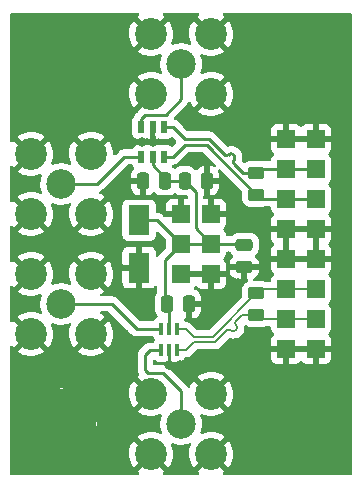
<source format=gbr>
%TF.GenerationSoftware,KiCad,Pcbnew,6.0.11+dfsg-1~bpo11+1*%
%TF.CreationDate,2023-05-28T01:06:14+00:00*%
%TF.ProjectId,ACOMP01,41434f4d-5030-4312-9e6b-696361645f70,rev?*%
%TF.SameCoordinates,Original*%
%TF.FileFunction,Copper,L2,Bot*%
%TF.FilePolarity,Positive*%
%FSLAX46Y46*%
G04 Gerber Fmt 4.6, Leading zero omitted, Abs format (unit mm)*
G04 Created by KiCad (PCBNEW 6.0.11+dfsg-1~bpo11+1) date 2023-05-28 01:06:14*
%MOMM*%
%LPD*%
G01*
G04 APERTURE LIST*
G04 Aperture macros list*
%AMRoundRect*
0 Rectangle with rounded corners*
0 $1 Rounding radius*
0 $2 $3 $4 $5 $6 $7 $8 $9 X,Y pos of 4 corners*
0 Add a 4 corners polygon primitive as box body*
4,1,4,$2,$3,$4,$5,$6,$7,$8,$9,$2,$3,0*
0 Add four circle primitives for the rounded corners*
1,1,$1+$1,$2,$3*
1,1,$1+$1,$4,$5*
1,1,$1+$1,$6,$7*
1,1,$1+$1,$8,$9*
0 Add four rect primitives between the rounded corners*
20,1,$1+$1,$2,$3,$4,$5,0*
20,1,$1+$1,$4,$5,$6,$7,0*
20,1,$1+$1,$6,$7,$8,$9,0*
20,1,$1+$1,$8,$9,$2,$3,0*%
G04 Aperture macros list end*
%TA.AperFunction,ComponentPad*%
%ADD10R,1.524000X1.524000*%
%TD*%
%TA.AperFunction,ComponentPad*%
%ADD11C,6.000000*%
%TD*%
%TA.AperFunction,ComponentPad*%
%ADD12C,2.500000*%
%TD*%
%TA.AperFunction,ComponentPad*%
%ADD13C,2.700000*%
%TD*%
%TA.AperFunction,SMDPad,CuDef*%
%ADD14RoundRect,0.250000X-0.475000X0.250000X-0.475000X-0.250000X0.475000X-0.250000X0.475000X0.250000X0*%
%TD*%
%TA.AperFunction,SMDPad,CuDef*%
%ADD15R,1.800000X2.500000*%
%TD*%
%TA.AperFunction,SMDPad,CuDef*%
%ADD16RoundRect,0.250000X0.250000X0.475000X-0.250000X0.475000X-0.250000X-0.475000X0.250000X-0.475000X0*%
%TD*%
%TA.AperFunction,SMDPad,CuDef*%
%ADD17RoundRect,0.250000X-0.250000X-0.475000X0.250000X-0.475000X0.250000X0.475000X-0.250000X0.475000X0*%
%TD*%
%TA.AperFunction,SMDPad,CuDef*%
%ADD18RoundRect,0.250000X0.450000X-0.262500X0.450000X0.262500X-0.450000X0.262500X-0.450000X-0.262500X0*%
%TD*%
%TA.AperFunction,SMDPad,CuDef*%
%ADD19R,0.500000X1.000760*%
%TD*%
%TA.AperFunction,SMDPad,CuDef*%
%ADD20R,0.501040X1.000760*%
%TD*%
%TA.AperFunction,SMDPad,CuDef*%
%ADD21R,0.300000X1.000000*%
%TD*%
%TA.AperFunction,ViaPad*%
%ADD22C,0.800000*%
%TD*%
%TA.AperFunction,Conductor*%
%ADD23C,0.250000*%
%TD*%
%TA.AperFunction,Conductor*%
%ADD24C,0.200000*%
%TD*%
G04 APERTURE END LIST*
D10*
%TO.P,J6,1*%
%TO.N,GND*%
X21590000Y6350000D03*
%TO.P,J6,2*%
X19050000Y6350000D03*
%TO.P,J6,3*%
%TO.N,/TLV_OUT+*%
X21590000Y8890000D03*
%TO.P,J6,4*%
X19050000Y8890000D03*
%TO.P,J6,5*%
%TO.N,/TLV_OUT-*%
X21590000Y11430000D03*
%TO.P,J6,6*%
X19050000Y11430000D03*
%TO.P,J6,7*%
%TO.N,GND*%
X21590000Y13970000D03*
%TO.P,J6,8*%
X19050000Y13970000D03*
%TD*%
D11*
%TO.P,M2,1*%
%TO.N,GND*%
X0Y30480000D03*
%TD*%
%TO.P,M4,1*%
%TO.N,GND*%
X20320000Y0D03*
%TD*%
D10*
%TO.P,J7,1*%
%TO.N,GND*%
X21590000Y16510000D03*
%TO.P,J7,2*%
X19050000Y16510000D03*
%TO.P,J7,3*%
%TO.N,/LMH_OUT+*%
X21590000Y19050000D03*
%TO.P,J7,4*%
X19050000Y19050000D03*
%TO.P,J7,5*%
%TO.N,/LMH_OUT-*%
X21590000Y21590000D03*
%TO.P,J7,6*%
X19050000Y21590000D03*
%TO.P,J7,7*%
%TO.N,GND*%
X21590000Y24130000D03*
%TO.P,J7,8*%
X19050000Y24130000D03*
%TD*%
D12*
%TO.P,J2,1,In*%
%TO.N,/IN+_TLV*%
X10160000Y0D03*
D13*
%TO.P,J2,2,Ext*%
%TO.N,GND*%
X7620000Y-2540000D03*
X12700000Y-2540000D03*
X12700000Y2540000D03*
X7620000Y2540000D03*
%TD*%
D10*
%TO.P,J1,1*%
%TO.N,GND*%
X10160000Y17780000D03*
%TO.P,J1,2*%
X12700000Y17780000D03*
%TO.P,J1,3*%
%TO.N,+3V3*%
X10160000Y15240000D03*
%TO.P,J1,4*%
X12700000Y15240000D03*
%TO.P,J1,5*%
%TO.N,GND*%
X10160000Y12700000D03*
%TO.P,J1,6*%
X12700000Y12700000D03*
%TD*%
D12*
%TO.P,J4,1,In*%
%TO.N,/IN+_LMH*%
X0Y20320000D03*
D13*
%TO.P,J4,2,Ext*%
%TO.N,GND*%
X-2540000Y22860000D03*
X2540000Y22860000D03*
X2540000Y17780000D03*
X-2540000Y17780000D03*
%TD*%
D11*
%TO.P,M3,1*%
%TO.N,GND*%
X0Y0D03*
%TD*%
%TO.P,M1,1*%
%TO.N,GND*%
X20320000Y30480000D03*
%TD*%
D12*
%TO.P,J5,1,In*%
%TO.N,/IN-_LMH*%
X10160000Y30480000D03*
D13*
%TO.P,J5,2,Ext*%
%TO.N,GND*%
X12700000Y33020000D03*
X12700000Y27940000D03*
X7620000Y33020000D03*
X7620000Y27940000D03*
%TD*%
D12*
%TO.P,J3,1,In*%
%TO.N,/IN-_TLV*%
X0Y10160000D03*
D13*
%TO.P,J3,2,Ext*%
%TO.N,GND*%
X-2540000Y7620000D03*
X-2540000Y12700000D03*
X2540000Y12700000D03*
X2540000Y7620000D03*
%TD*%
D14*
%TO.P,C1,1*%
%TO.N,+3V3*%
X15494000Y15174000D03*
%TO.P,C1,2*%
%TO.N,GND*%
X15494000Y13274000D03*
%TD*%
D15*
%TO.P,D1,1,K*%
%TO.N,+3V3*%
X6604000Y17240000D03*
%TO.P,D1,2,A*%
%TO.N,GND*%
X6604000Y13240000D03*
%TD*%
D16*
%TO.P,C4,1*%
%TO.N,+3V3*%
X8824000Y20574000D03*
%TO.P,C4,2*%
%TO.N,GND*%
X6924000Y20574000D03*
%TD*%
D17*
%TO.P,C3,1*%
%TO.N,+3V3*%
X8956000Y10160000D03*
%TO.P,C3,2*%
%TO.N,GND*%
X10856000Y10160000D03*
%TD*%
D18*
%TO.P,R2,1*%
%TO.N,/LMH_OUT+*%
X16535400Y19407500D03*
%TO.P,R2,2*%
%TO.N,/LMH_OUT-*%
X16535400Y21232500D03*
%TD*%
D17*
%TO.P,C2,1*%
%TO.N,+3V3*%
X10480000Y20574000D03*
%TO.P,C2,2*%
%TO.N,GND*%
X12380000Y20574000D03*
%TD*%
D19*
%TO.P,IC2,1,IN-*%
%TO.N,/IN-_LMH*%
X6794500Y25146000D03*
%TO.P,IC2,2,GND*%
%TO.N,GND*%
X7747000Y25146000D03*
%TO.P,IC2,3,OUT_~{Q}*%
%TO.N,/LMH_OUT-*%
X8699500Y25146000D03*
D20*
%TO.P,IC2,4,OUT_Q*%
%TO.N,/LMH_OUT+*%
X8699500Y22606000D03*
D19*
%TO.P,IC2,5,VCC*%
%TO.N,+3V3*%
X7747000Y22606000D03*
%TO.P,IC2,6,IN+*%
%TO.N,/IN+_LMH*%
X6794500Y22606000D03*
%TD*%
D21*
%TO.P,IC1,1,OUT+*%
%TO.N,/TLV_OUT+*%
X9794000Y6237400D03*
%TO.P,IC1,2,VEE*%
%TO.N,GND*%
X9144000Y6237400D03*
%TO.P,IC1,3,IN+*%
%TO.N,/IN+_TLV*%
X8494000Y6237400D03*
%TO.P,IC1,4,IN-*%
%TO.N,/IN-_TLV*%
X8494000Y8037400D03*
%TO.P,IC1,5,VCCI/VCCO*%
%TO.N,+3V3*%
X9144000Y8037400D03*
%TO.P,IC1,6,OUT-*%
%TO.N,/TLV_OUT-*%
X9794000Y8037400D03*
%TD*%
D18*
%TO.P,R1,1*%
%TO.N,/TLV_OUT+*%
X16535400Y9247500D03*
%TO.P,R1,2*%
%TO.N,/TLV_OUT-*%
X16535400Y11072500D03*
%TD*%
D22*
%TO.N,GND*%
X6858000Y23876000D03*
X5334000Y20828000D03*
X7747000Y23876000D03*
X12446000Y9652000D03*
X10033000Y4953000D03*
X5334000Y19812000D03*
X7366000Y10922000D03*
X10922000Y22352000D03*
X6350000Y10922000D03*
X13970000Y20320000D03*
X9144000Y4953000D03*
X14986000Y11938000D03*
X12446000Y10668000D03*
X11938000Y22352000D03*
X5334000Y10922000D03*
%TD*%
D23*
%TO.N,+3V3*%
X6604000Y18354000D02*
X6604000Y17240000D01*
X8763000Y10353000D02*
X8956000Y10160000D01*
X10160000Y15240000D02*
X12700000Y15240000D01*
X8824000Y20817800D02*
X8824000Y20574000D01*
X11379200Y19674800D02*
X11379200Y16560800D01*
X10480000Y20574000D02*
X8824000Y20574000D01*
X15494000Y15174000D02*
X15428000Y15240000D01*
X7747000Y21894800D02*
X8824000Y20817800D01*
X6604000Y17240000D02*
X8160000Y17240000D01*
X11379200Y16560800D02*
X12700000Y15240000D01*
X9144000Y9972000D02*
X8956000Y10160000D01*
X15428000Y15240000D02*
X12700000Y15240000D01*
X9144000Y8037400D02*
X9144000Y9972000D01*
X8160000Y17240000D02*
X10160000Y15240000D01*
X10480000Y20574000D02*
X11379200Y19674800D01*
X8763000Y13843000D02*
X8763000Y10353000D01*
X7747000Y22606000D02*
X7747000Y21894800D01*
X10160000Y15240000D02*
X8763000Y13843000D01*
%TO.N,GND*%
X9144000Y6237400D02*
X9144000Y4953000D01*
%TO.N,/IN+_TLV*%
X7112000Y4597400D02*
X7391400Y4318000D01*
X7507400Y6237400D02*
X7112000Y5842000D01*
X8636000Y4318000D02*
X10160000Y2794000D01*
X7391400Y4318000D02*
X8636000Y4318000D01*
X8494000Y6237400D02*
X7507400Y6237400D01*
X7112000Y5842000D02*
X7112000Y4597400D01*
X10160000Y2794000D02*
X10160000Y0D01*
%TO.N,/IN-_TLV*%
X6442600Y8037400D02*
X6096000Y8384000D01*
X6096000Y8382000D02*
X6096000Y8384000D01*
X8494000Y8037400D02*
X6442600Y8037400D01*
X4320000Y10160000D02*
X0Y10160000D01*
X6096000Y8384000D02*
X4320000Y10160000D01*
%TO.N,/IN+_LMH*%
X5334000Y22606000D02*
X6794500Y22606000D01*
X3048000Y20320000D02*
X5334000Y22606000D01*
X0Y20320000D02*
X3048000Y20320000D01*
%TO.N,/IN-_LMH*%
X6794500Y25844500D02*
X7112000Y26162000D01*
X6794500Y25146000D02*
X6794500Y25844500D01*
X8842000Y26162000D02*
X10160000Y27480000D01*
X10160000Y27480000D02*
X10160000Y30480000D01*
X7112000Y26162000D02*
X8842000Y26162000D01*
D24*
%TO.N,/TLV_OUT+*%
X14014836Y7915537D02*
X13011697Y6912400D01*
X13011697Y6912400D02*
X11219001Y6912400D01*
X14822548Y8339801D02*
X14822547Y8339801D01*
X15346797Y9247500D02*
X14822548Y8723251D01*
X14822548Y7956353D02*
X14781732Y7915536D01*
X14822548Y7956352D02*
X14822548Y7956353D01*
X14014835Y7915536D02*
X14014836Y7915537D01*
X19050000Y8890000D02*
X16892900Y8890000D01*
X16892900Y8890000D02*
X16535400Y9247500D01*
X21590000Y8890000D02*
X19050000Y8890000D01*
X16535400Y9247500D02*
X15346797Y9247500D01*
X14398284Y7915536D02*
X14398284Y7915537D01*
X11219001Y6912400D02*
X10544001Y6237400D01*
X10544001Y6237400D02*
X9794000Y6237400D01*
X14822524Y7956376D02*
G75*
G03*
X14822547Y8339801I-191724J191724D01*
G01*
X14398284Y7915536D02*
G75*
G03*
X14781732Y7915536I191724J191726D01*
G01*
X14822522Y8339775D02*
G75*
G02*
X14822548Y8723251I191778J191725D01*
G01*
X14014875Y7915496D02*
G75*
G02*
X14398284Y7915537I191725J-191696D01*
G01*
%TO.N,/TLV_OUT-*%
X12825300Y7362400D02*
X11219001Y7362400D01*
X16535400Y11072500D02*
X12825300Y7362400D01*
X19050000Y11430000D02*
X16892900Y11430000D01*
X21590000Y11430000D02*
X19050000Y11430000D01*
X11219001Y7362400D02*
X10544001Y8037400D01*
X10544001Y8037400D02*
X9794000Y8037400D01*
X16892900Y11430000D02*
X16535400Y11072500D01*
D23*
%TO.N,/LMH_OUT-*%
X14642003Y22760342D02*
X14593907Y22808438D01*
X13841569Y22808438D02*
X12524007Y24126000D01*
X14217738Y22808439D02*
X14217738Y22808438D01*
X14642002Y22384173D02*
X14642003Y22384173D01*
X14642003Y22760343D02*
X14642003Y22760342D01*
X13841568Y22808438D02*
X13841569Y22808438D01*
X16892900Y21590000D02*
X16535400Y21232500D01*
X12524007Y24126000D02*
X10470071Y24126000D01*
X19050000Y21590000D02*
X21590000Y21590000D01*
X15417507Y21232500D02*
X14642003Y22008004D01*
X10470071Y24126000D02*
X9450071Y25146000D01*
X19050000Y21590000D02*
X16892900Y21590000D01*
X16535400Y21232500D02*
X15417507Y21232500D01*
X9450071Y25146000D02*
X8699500Y25146000D01*
X14217716Y22808461D02*
G75*
G02*
X14593907Y22808438I188084J-188061D01*
G01*
X13841568Y22808438D02*
G75*
G03*
X14217738Y22808438I188085J188086D01*
G01*
X14642044Y22760384D02*
G75*
G02*
X14642002Y22384174I-188144J-188084D01*
G01*
X14641991Y22384184D02*
G75*
G03*
X14642003Y22008004I188109J-188084D01*
G01*
%TO.N,/LMH_OUT+*%
X12316900Y23626000D02*
X10470071Y23626000D01*
X16535400Y19407500D02*
X12316900Y23626000D01*
X9450071Y22606000D02*
X8699500Y22606000D01*
X19050000Y19050000D02*
X16892900Y19050000D01*
X19050000Y19050000D02*
X21590000Y19050000D01*
X10470071Y23626000D02*
X9450071Y22606000D01*
X16892900Y19050000D02*
X16535400Y19407500D01*
%TD*%
%TA.AperFunction,Conductor*%
%TO.N,GND*%
G36*
X6586632Y34777498D02*
G01*
X6633125Y34723842D01*
X6643229Y34653568D01*
X6613735Y34588988D01*
X6591769Y34568985D01*
X6512292Y34512190D01*
X6503889Y34501467D01*
X6510869Y34488341D01*
X7607188Y33392022D01*
X7621132Y33384408D01*
X7622965Y33384539D01*
X7629580Y33388790D01*
X8729129Y34488339D01*
X8735983Y34500891D01*
X8727776Y34511961D01*
X8649975Y34571337D01*
X8607958Y34628565D01*
X8603550Y34699425D01*
X8638152Y34761418D01*
X8700778Y34794864D01*
X8726417Y34797500D01*
X11598511Y34797500D01*
X11666632Y34777498D01*
X11713125Y34723842D01*
X11723229Y34653568D01*
X11693735Y34588988D01*
X11671769Y34568985D01*
X11592292Y34512190D01*
X11583889Y34501467D01*
X11590869Y34488341D01*
X12687188Y33392022D01*
X12701132Y33384408D01*
X12702965Y33384539D01*
X12709580Y33388790D01*
X13809129Y34488339D01*
X13815983Y34500891D01*
X13807776Y34511961D01*
X13729975Y34571337D01*
X13687958Y34628565D01*
X13683550Y34699425D01*
X13718152Y34761418D01*
X13780778Y34794864D01*
X13806417Y34797500D01*
X24511500Y34797500D01*
X24579621Y34777498D01*
X24626114Y34723842D01*
X24637500Y34671500D01*
X24637500Y-4191500D01*
X24617498Y-4259621D01*
X24563842Y-4306114D01*
X24511500Y-4317500D01*
X13799632Y-4317500D01*
X13731511Y-4297498D01*
X13685018Y-4243842D01*
X13674914Y-4173568D01*
X13704408Y-4108988D01*
X13729630Y-4086735D01*
X13809218Y-4033556D01*
X13817506Y-4023638D01*
X13810249Y-4009459D01*
X12712812Y-2912022D01*
X12698868Y-2904408D01*
X12697035Y-2904539D01*
X12690420Y-2908790D01*
X11590070Y-4009140D01*
X11582904Y-4022263D01*
X11590294Y-4032566D01*
X11625455Y-4061192D01*
X11632721Y-4066298D01*
X11661382Y-4083553D01*
X11709425Y-4135825D01*
X11721582Y-4205773D01*
X11693992Y-4271190D01*
X11635415Y-4311305D01*
X11596393Y-4317500D01*
X8719632Y-4317500D01*
X8651511Y-4297498D01*
X8605018Y-4243842D01*
X8594914Y-4173568D01*
X8624408Y-4108988D01*
X8649630Y-4086735D01*
X8729218Y-4033556D01*
X8737506Y-4023638D01*
X8730249Y-4009459D01*
X7632812Y-2912022D01*
X7618868Y-2904408D01*
X7617035Y-2904539D01*
X7610420Y-2908790D01*
X6510070Y-4009140D01*
X6502904Y-4022263D01*
X6510294Y-4032566D01*
X6545455Y-4061192D01*
X6552721Y-4066298D01*
X6581382Y-4083553D01*
X6629425Y-4135825D01*
X6641582Y-4205773D01*
X6613992Y-4271190D01*
X6555415Y-4311305D01*
X6516393Y-4317500D01*
X-4191500Y-4317500D01*
X-4259621Y-4297498D01*
X-4306114Y-4243842D01*
X-4317500Y-4191500D01*
X-4317500Y-69721D01*
X-3008976Y-69721D01*
X-2968949Y-209771D01*
X-2891224Y-332958D01*
X-2782049Y-429378D01*
X-2773926Y-433192D01*
X-2773924Y-433193D01*
X-2766863Y-436508D01*
X-2650200Y-491281D01*
X-2641335Y-492661D01*
X-2641333Y-492662D01*
X-2572254Y-503418D01*
X-2539614Y-508500D01*
X-2215101Y-508500D01*
X-2146980Y-528502D01*
X-2100487Y-582158D01*
X-2095897Y-593678D01*
X-2053588Y-717252D01*
X-2012173Y-838214D01*
X-2009891Y-844880D01*
X-1971105Y-921998D01*
X-1895832Y-1071661D01*
X-1876632Y-1109837D01*
X-1834121Y-1171691D01*
X-1717811Y-1340923D01*
X-1708647Y-1354257D01*
X-1509044Y-1573617D01*
X-1505755Y-1576367D01*
X-1284810Y-1761106D01*
X-1284805Y-1761110D01*
X-1281518Y-1763858D01*
X-1155898Y-1842660D01*
X-1033918Y-1919178D01*
X-1033914Y-1919180D01*
X-1030278Y-1921461D01*
X-1026368Y-1923226D01*
X-1026367Y-1923227D01*
X-763886Y-2041742D01*
X-763882Y-2041744D01*
X-759974Y-2043508D01*
X-600527Y-2090739D01*
X-598714Y-2091276D01*
X-539079Y-2129802D01*
X-509740Y-2194453D01*
X-508500Y-2212087D01*
X-508500Y-2536513D01*
X-493080Y-2644187D01*
X-489363Y-2652363D01*
X-489362Y-2652365D01*
X-449534Y-2739960D01*
X-432792Y-2776782D01*
X-337713Y-2887127D01*
X-215485Y-2966352D01*
X-75934Y-3008086D01*
X-66958Y-3008141D01*
X-66957Y-3008141D01*
X-5644Y-3008515D01*
X69721Y-3008976D01*
X209771Y-2968949D01*
X332958Y-2891224D01*
X429378Y-2782049D01*
X491281Y-2650200D01*
X508500Y-2539614D01*
X508500Y-2485942D01*
X5758348Y-2485942D01*
X5768328Y-2739960D01*
X5769302Y-2748784D01*
X5814978Y-2998875D01*
X5817182Y-3007462D01*
X5897636Y-3248613D01*
X5901040Y-3256831D01*
X6014667Y-3484235D01*
X6019185Y-3491874D01*
X6127294Y-3648296D01*
X6137612Y-3656647D01*
X6151267Y-3649523D01*
X7247978Y-2552812D01*
X7255592Y-2538868D01*
X7255461Y-2537035D01*
X7251210Y-2530420D01*
X6151423Y-1430633D01*
X6138582Y-1423621D01*
X6127893Y-1431416D01*
X6082115Y-1489485D01*
X6077122Y-1496833D01*
X5949440Y-1716655D01*
X5945532Y-1724629D01*
X5850097Y-1960247D01*
X5847348Y-1968709D01*
X5786067Y-2215413D01*
X5784538Y-2224174D01*
X5758627Y-2477059D01*
X5758348Y-2485942D01*
X508500Y-2485942D01*
X508500Y-2212615D01*
X528502Y-2144494D01*
X582158Y-2098001D01*
X602526Y-2090739D01*
X642579Y-2080231D01*
X695411Y-2066371D01*
X699371Y-2064731D01*
X699376Y-2064729D01*
X951629Y-1960242D01*
X969415Y-1952875D01*
X1225482Y-1803242D01*
X1272799Y-1766141D01*
X1455499Y-1622885D01*
X1458871Y-1620241D01*
X1665266Y-1407258D01*
X1667799Y-1403810D01*
X1667803Y-1403805D01*
X1838307Y-1171691D01*
X1840845Y-1168236D01*
X1912223Y-1036775D01*
X1980311Y-911372D01*
X1980312Y-911370D01*
X1982361Y-907596D01*
X2060354Y-701193D01*
X2085677Y-634179D01*
X2085678Y-634175D01*
X2087195Y-630161D01*
X2092644Y-606369D01*
X2127351Y-544433D01*
X2190032Y-511093D01*
X2215464Y-508500D01*
X2536513Y-508500D01*
X2578839Y-502438D01*
X2635294Y-494354D01*
X2635297Y-494353D01*
X2644187Y-493080D01*
X2652363Y-489363D01*
X2652365Y-489362D01*
X2768610Y-436508D01*
X2768612Y-436507D01*
X2776782Y-432792D01*
X2887127Y-337713D01*
X2966352Y-215485D01*
X3008086Y-75934D01*
X3008976Y69721D01*
X2968949Y209771D01*
X2891224Y332958D01*
X2782049Y429378D01*
X2773926Y433192D01*
X2773924Y433193D01*
X2710013Y463199D01*
X2650200Y491281D01*
X2641335Y492661D01*
X2641333Y492662D01*
X2572254Y503418D01*
X2539614Y508500D01*
X2216537Y508500D01*
X2148416Y528502D01*
X2101923Y582158D01*
X2097764Y592440D01*
X2066812Y679845D01*
X2000934Y865881D01*
X1864907Y1129428D01*
X1853894Y1145099D01*
X1696835Y1368570D01*
X1694372Y1372075D01*
X1492483Y1589333D01*
X1489168Y1592047D01*
X1489164Y1592050D01*
X1266295Y1774466D01*
X1262977Y1777182D01*
X1010101Y1932144D01*
X982405Y1944302D01*
X742465Y2049628D01*
X738533Y2051354D01*
X707802Y2060108D01*
X599981Y2090822D01*
X539946Y2128721D01*
X509932Y2193061D01*
X508500Y2212001D01*
X508500Y2536513D01*
X500259Y2594058D01*
X5758348Y2594058D01*
X5768328Y2340040D01*
X5769302Y2331216D01*
X5814978Y2081125D01*
X5817182Y2072538D01*
X5897636Y1831387D01*
X5901040Y1823169D01*
X6014667Y1595765D01*
X6019185Y1588126D01*
X6127294Y1431704D01*
X6137612Y1423353D01*
X6151267Y1430477D01*
X7247978Y2527188D01*
X7255592Y2541132D01*
X7255461Y2542965D01*
X7251210Y2549580D01*
X6151423Y3649367D01*
X6138582Y3656379D01*
X6127893Y3648584D01*
X6082115Y3590515D01*
X6077122Y3583167D01*
X5949440Y3363345D01*
X5945532Y3355371D01*
X5850097Y3119753D01*
X5847348Y3111291D01*
X5786067Y2864587D01*
X5784538Y2855826D01*
X5758627Y2602941D01*
X5758348Y2594058D01*
X500259Y2594058D01*
X498987Y2602941D01*
X494354Y2635294D01*
X494353Y2635297D01*
X493080Y2644187D01*
X456763Y2724062D01*
X436508Y2768610D01*
X436507Y2768612D01*
X432792Y2776782D01*
X337713Y2887127D01*
X215485Y2966352D01*
X75934Y3008086D01*
X66958Y3008141D01*
X66957Y3008141D01*
X5644Y3008515D01*
X-69721Y3008976D01*
X-209771Y2968949D01*
X-217358Y2964162D01*
X-217360Y2964161D01*
X-282813Y2922863D01*
X-332958Y2891224D01*
X-429378Y2782049D01*
X-491281Y2650200D01*
X-508500Y2539614D01*
X-508500Y2212178D01*
X-528502Y2144057D01*
X-582158Y2097564D01*
X-601252Y2090644D01*
X-717011Y2058976D01*
X-720959Y2057292D01*
X-985860Y1944302D01*
X-985864Y1944300D01*
X-989812Y1942616D01*
X-1118280Y1865730D01*
X-1240616Y1792514D01*
X-1240620Y1792511D01*
X-1244298Y1790310D01*
X-1247641Y1787632D01*
X-1247645Y1787629D01*
X-1360738Y1697024D01*
X-1475758Y1604875D01*
X-1478702Y1601773D01*
X-1478706Y1601769D01*
X-1535109Y1542332D01*
X-1679911Y1389743D01*
X-1852978Y1148895D01*
X-1854987Y1145100D01*
X-1854988Y1145099D01*
X-1863285Y1129428D01*
X-1991757Y886787D01*
X-2093679Y608270D01*
X-2094592Y604081D01*
X-2095790Y599959D01*
X-2097724Y600521D01*
X-2127836Y545393D01*
X-2190153Y511376D01*
X-2216920Y508500D01*
X-2536513Y508500D01*
X-2578839Y502438D01*
X-2635294Y494354D01*
X-2635297Y494353D01*
X-2644187Y493080D01*
X-2652363Y489363D01*
X-2652365Y489362D01*
X-2768610Y436508D01*
X-2768612Y436507D01*
X-2776782Y432792D01*
X-2887127Y337713D01*
X-2966352Y215485D01*
X-3008086Y75934D01*
X-3008141Y66958D01*
X-3008141Y66957D01*
X-3008515Y5644D01*
X-3008976Y-69721D01*
X-4317500Y-69721D01*
X-4317500Y6137737D01*
X-3657096Y6137737D01*
X-3649706Y6127434D01*
X-3614545Y6098808D01*
X-3607269Y6093695D01*
X-3389486Y5962579D01*
X-3381572Y5958546D01*
X-3147477Y5859419D01*
X-3139072Y5856542D01*
X-2893350Y5791390D01*
X-2884618Y5789724D01*
X-2632165Y5759845D01*
X-2623297Y5759427D01*
X-2369157Y5765416D01*
X-2360302Y5766253D01*
X-2109541Y5807991D01*
X-2100907Y5810064D01*
X-1858523Y5886720D01*
X-1850261Y5889991D01*
X-1621105Y6000030D01*
X-1613381Y6004436D01*
X-1430782Y6126444D01*
X-1422494Y6136362D01*
X-1423198Y6137737D01*
X1422904Y6137737D01*
X1430294Y6127434D01*
X1465455Y6098808D01*
X1472731Y6093695D01*
X1690514Y5962579D01*
X1698428Y5958546D01*
X1932523Y5859419D01*
X1940928Y5856542D01*
X2186650Y5791390D01*
X2195382Y5789724D01*
X2447835Y5759845D01*
X2456703Y5759427D01*
X2710843Y5765416D01*
X2719698Y5766253D01*
X2970459Y5807991D01*
X2979093Y5810064D01*
X3221477Y5886720D01*
X3229739Y5889991D01*
X3458895Y6000030D01*
X3466619Y6004436D01*
X3649218Y6126444D01*
X3657506Y6136362D01*
X3650249Y6150541D01*
X2552812Y7247978D01*
X2538868Y7255592D01*
X2537035Y7255461D01*
X2530420Y7251210D01*
X1430070Y6150860D01*
X1422904Y6137737D01*
X-1423198Y6137737D01*
X-1429751Y6150541D01*
X-2527188Y7247978D01*
X-2541132Y7255592D01*
X-2542965Y7255461D01*
X-2549580Y7251210D01*
X-3649930Y6150860D01*
X-3657096Y6137737D01*
X-4317500Y6137737D01*
X-4317500Y6519848D01*
X-4297498Y6587969D01*
X-4243842Y6634462D01*
X-4173568Y6644566D01*
X-4108988Y6615072D01*
X-4087847Y6591487D01*
X-4032706Y6511704D01*
X-4022388Y6503353D01*
X-4008733Y6510477D01*
X-2912022Y7607188D01*
X-2904408Y7621132D01*
X-2904539Y7622965D01*
X-2908790Y7629580D01*
X-4008577Y8729367D01*
X-4021418Y8736379D01*
X-4032107Y8728584D01*
X-4077885Y8670515D01*
X-4085382Y8659483D01*
X-4086345Y8660137D01*
X-4134052Y8614882D01*
X-4203800Y8601626D01*
X-4269643Y8628182D01*
X-4310676Y8686121D01*
X-4317500Y8727024D01*
X-4317500Y11217737D01*
X-3657096Y11217737D01*
X-3649706Y11207434D01*
X-3614545Y11178808D01*
X-3607269Y11173695D01*
X-3389486Y11042579D01*
X-3381572Y11038546D01*
X-3147477Y10939419D01*
X-3139072Y10936542D01*
X-2893350Y10871390D01*
X-2884618Y10869724D01*
X-2632165Y10839845D01*
X-2623297Y10839427D01*
X-2369157Y10845416D01*
X-2360302Y10846253D01*
X-2109541Y10887991D01*
X-2100907Y10890064D01*
X-1858523Y10966720D01*
X-1850267Y10969989D01*
X-1794943Y10996555D01*
X-1724877Y11008011D01*
X-1659740Y10979768D01*
X-1620212Y10920793D01*
X-1618844Y10849809D01*
X-1624204Y10834249D01*
X-1672303Y10719545D01*
X-1736641Y10466217D01*
X-1737109Y10461566D01*
X-1737110Y10461562D01*
X-1745643Y10376813D01*
X-1762827Y10206161D01*
X-1762603Y10201495D01*
X-1762603Y10201489D01*
X-1759320Y10133148D01*
X-1750287Y9945092D01*
X-1699296Y9688744D01*
X-1697718Y9684349D01*
X-1625023Y9481877D01*
X-1620829Y9411004D01*
X-1655618Y9349115D01*
X-1718344Y9315858D01*
X-1789073Y9321786D01*
X-1988135Y9398797D01*
X-1996608Y9401404D01*
X-2244264Y9458807D01*
X-2253040Y9460197D01*
X-2506309Y9482132D01*
X-2515180Y9482272D01*
X-2769024Y9468302D01*
X-2777826Y9467190D01*
X-3027168Y9417592D01*
X-3035721Y9415252D01*
X-3275579Y9331022D01*
X-3283745Y9327488D01*
X-3509331Y9210304D01*
X-3516903Y9205665D01*
X-3647708Y9112190D01*
X-3656111Y9101467D01*
X-3649131Y9088341D01*
X-1069973Y6509183D01*
X-1056572Y6501865D01*
X-1046671Y6508851D01*
X-1035873Y6521695D01*
X-1030647Y6528890D01*
X-896133Y6744575D01*
X-891962Y6752453D01*
X-789183Y6984935D01*
X-786167Y6993312D01*
X-717168Y7237966D01*
X-715364Y7246674D01*
X-681357Y7499855D01*
X-680829Y7506248D01*
X-677355Y7616778D01*
X-677482Y7623221D01*
X-695522Y7878014D01*
X-696775Y7886817D01*
X-750280Y8135338D01*
X-752761Y8143876D01*
X-836574Y8371063D01*
X-841386Y8441896D01*
X-807139Y8504086D01*
X-744705Y8537888D01*
X-676822Y8533628D01*
X-456410Y8456656D01*
X-451817Y8455784D01*
X-204215Y8408776D01*
X-204212Y8408776D01*
X-199626Y8407905D01*
X-69042Y8402774D01*
X56875Y8397826D01*
X56881Y8397826D01*
X61543Y8397643D01*
X140977Y8406343D01*
X316707Y8425588D01*
X316712Y8425589D01*
X321360Y8426098D01*
X372170Y8439475D01*
X569594Y8491452D01*
X569596Y8491453D01*
X574117Y8492643D01*
X578415Y8494489D01*
X578425Y8494493D01*
X673442Y8535316D01*
X743926Y8543829D01*
X807824Y8512884D01*
X844848Y8452306D01*
X843243Y8381327D01*
X839964Y8372247D01*
X770099Y8199758D01*
X767348Y8191291D01*
X706067Y7944587D01*
X704538Y7935826D01*
X678627Y7682941D01*
X678348Y7674058D01*
X688328Y7420040D01*
X689302Y7411216D01*
X734978Y7161125D01*
X737182Y7152538D01*
X817636Y6911387D01*
X821040Y6903169D01*
X934667Y6675765D01*
X939185Y6668126D01*
X1047294Y6511704D01*
X1057612Y6503353D01*
X1071267Y6510477D01*
X2179658Y7618868D01*
X2904408Y7618868D01*
X2904539Y7617035D01*
X2908790Y7610420D01*
X4010027Y6509183D01*
X4023428Y6501865D01*
X4033329Y6508851D01*
X4044127Y6521695D01*
X4049353Y6528890D01*
X4183867Y6744575D01*
X4188038Y6752453D01*
X4290817Y6984935D01*
X4293833Y6993312D01*
X4362832Y7237966D01*
X4364636Y7246674D01*
X4398643Y7499855D01*
X4399171Y7506248D01*
X4402645Y7616778D01*
X4402518Y7623221D01*
X4384478Y7878014D01*
X4383225Y7886817D01*
X4329720Y8135338D01*
X4327241Y8143871D01*
X4239254Y8382370D01*
X4235599Y8390465D01*
X4114881Y8614193D01*
X4110122Y8621691D01*
X4032004Y8727455D01*
X4020876Y8735897D01*
X4008283Y8729073D01*
X2912022Y7632812D01*
X2904408Y7618868D01*
X2179658Y7618868D01*
X3649129Y9088339D01*
X3655983Y9100891D01*
X3647776Y9111961D01*
X3566230Y9174195D01*
X3558811Y9179068D01*
X3359719Y9290565D01*
X3310057Y9341302D01*
X3295710Y9410834D01*
X3321231Y9477085D01*
X3378519Y9519020D01*
X3421285Y9526500D01*
X4005406Y9526500D01*
X4073527Y9506498D01*
X4094501Y9489595D01*
X5600465Y7983631D01*
X5613306Y7968597D01*
X5630528Y7944893D01*
X5636634Y7939842D01*
X5676184Y7907123D01*
X5684963Y7899133D01*
X5938943Y7645153D01*
X5946487Y7636863D01*
X5950600Y7630382D01*
X5956377Y7624957D01*
X6000267Y7583742D01*
X6003109Y7580987D01*
X6022830Y7561266D01*
X6026025Y7558788D01*
X6035047Y7551082D01*
X6067279Y7520814D01*
X6074228Y7516994D01*
X6085032Y7511054D01*
X6101556Y7500201D01*
X6117559Y7487787D01*
X6158143Y7470224D01*
X6168773Y7465017D01*
X6207540Y7443705D01*
X6215217Y7441734D01*
X6215222Y7441732D01*
X6227158Y7438668D01*
X6245866Y7432263D01*
X6264455Y7424219D01*
X6272280Y7422980D01*
X6272282Y7422979D01*
X6308119Y7417303D01*
X6319740Y7414896D01*
X6354889Y7405872D01*
X6362570Y7403900D01*
X6382831Y7403900D01*
X6402540Y7402349D01*
X6422543Y7399181D01*
X6430435Y7399927D01*
X6435662Y7400421D01*
X6466554Y7403341D01*
X6478411Y7403900D01*
X7763618Y7403900D01*
X7831739Y7383898D01*
X7878232Y7330242D01*
X7881599Y7322131D01*
X7890231Y7299107D01*
X7893385Y7290695D01*
X7898770Y7283510D01*
X7898771Y7283508D01*
X7951640Y7212965D01*
X7976488Y7146458D01*
X7961435Y7077076D01*
X7951640Y7061835D01*
X7893385Y6984105D01*
X7890232Y6975696D01*
X7890231Y6975693D01*
X7881599Y6952669D01*
X7838957Y6895905D01*
X7772395Y6871206D01*
X7763618Y6870900D01*
X7586167Y6870900D01*
X7574984Y6871427D01*
X7567491Y6873102D01*
X7559565Y6872853D01*
X7559564Y6872853D01*
X7499414Y6870962D01*
X7495455Y6870900D01*
X7467544Y6870900D01*
X7463610Y6870403D01*
X7463609Y6870403D01*
X7463544Y6870395D01*
X7451707Y6869462D01*
X7419449Y6868448D01*
X7415430Y6868322D01*
X7407511Y6868073D01*
X7388057Y6862421D01*
X7368700Y6858413D01*
X7356470Y6856868D01*
X7356469Y6856868D01*
X7348603Y6855874D01*
X7341232Y6852955D01*
X7341230Y6852955D01*
X7307488Y6839596D01*
X7296258Y6835751D01*
X7261417Y6825629D01*
X7261416Y6825629D01*
X7253807Y6823418D01*
X7246988Y6819385D01*
X7246983Y6819383D01*
X7236372Y6813107D01*
X7218624Y6804412D01*
X7199783Y6796952D01*
X7193367Y6792290D01*
X7193366Y6792290D01*
X7164013Y6770964D01*
X7154092Y6764448D01*
X7116038Y6741942D01*
X7110431Y6736336D01*
X7101715Y6727620D01*
X7086682Y6714780D01*
X7070293Y6702872D01*
X7065241Y6696765D01*
X7042112Y6668807D01*
X7034122Y6660026D01*
X6719742Y6345647D01*
X6711463Y6338113D01*
X6704982Y6334000D01*
X6658356Y6284348D01*
X6655601Y6281506D01*
X6635865Y6261770D01*
X6633385Y6258573D01*
X6625682Y6249553D01*
X6595414Y6217321D01*
X6591595Y6210375D01*
X6591593Y6210372D01*
X6585652Y6199566D01*
X6574801Y6183047D01*
X6562386Y6167041D01*
X6559241Y6159772D01*
X6559238Y6159768D01*
X6544826Y6126463D01*
X6539609Y6115813D01*
X6518305Y6077060D01*
X6516334Y6069385D01*
X6516334Y6069384D01*
X6513267Y6057438D01*
X6506863Y6038734D01*
X6498819Y6020145D01*
X6497580Y6012322D01*
X6497577Y6012312D01*
X6491901Y5976476D01*
X6489495Y5964856D01*
X6487875Y5958546D01*
X6478500Y5922030D01*
X6478500Y5901776D01*
X6476949Y5882066D01*
X6473780Y5862057D01*
X6474526Y5854165D01*
X6477941Y5818039D01*
X6478500Y5806181D01*
X6478500Y4676167D01*
X6477973Y4664984D01*
X6476298Y4657491D01*
X6476547Y4649565D01*
X6476547Y4649564D01*
X6478438Y4589414D01*
X6478500Y4585455D01*
X6478500Y4557544D01*
X6478997Y4553610D01*
X6478997Y4553609D01*
X6479005Y4553544D01*
X6479938Y4541707D01*
X6481327Y4497511D01*
X6486978Y4478061D01*
X6490987Y4458700D01*
X6493526Y4438603D01*
X6496445Y4431232D01*
X6496445Y4431230D01*
X6509804Y4397488D01*
X6513649Y4386258D01*
X6525982Y4343807D01*
X6530015Y4336988D01*
X6530017Y4336983D01*
X6536293Y4326372D01*
X6544988Y4308624D01*
X6552448Y4289783D01*
X6557110Y4283367D01*
X6557110Y4283366D01*
X6578436Y4254013D01*
X6584950Y4244097D01*
X6592632Y4231106D01*
X6610093Y4162293D01*
X6587578Y4094961D01*
X6557438Y4064451D01*
X6512292Y4032190D01*
X6503889Y4021467D01*
X6510869Y4008341D01*
X7890115Y2629095D01*
X7924141Y2566783D01*
X7919076Y2495968D01*
X7890115Y2450905D01*
X6510070Y1070860D01*
X6502904Y1057737D01*
X6510294Y1047434D01*
X6545455Y1018808D01*
X6552731Y1013695D01*
X6770514Y882579D01*
X6778428Y878546D01*
X7012523Y779419D01*
X7020928Y776542D01*
X7266650Y711390D01*
X7275382Y709724D01*
X7527835Y679845D01*
X7536703Y679427D01*
X7790843Y685416D01*
X7799698Y686253D01*
X8050459Y727991D01*
X8059093Y730064D01*
X8301477Y806720D01*
X8309733Y809989D01*
X8365057Y836555D01*
X8435123Y848011D01*
X8500260Y819768D01*
X8539788Y760793D01*
X8541156Y689809D01*
X8535796Y674249D01*
X8487697Y559545D01*
X8423359Y306217D01*
X8397173Y46161D01*
X8409713Y-214908D01*
X8460704Y-471256D01*
X8462282Y-475651D01*
X8534977Y-678123D01*
X8539171Y-748996D01*
X8504382Y-810885D01*
X8441656Y-844142D01*
X8370927Y-838214D01*
X8171865Y-761203D01*
X8163392Y-758596D01*
X7915736Y-701193D01*
X7906960Y-699803D01*
X7653691Y-677868D01*
X7644820Y-677728D01*
X7390976Y-691698D01*
X7382174Y-692810D01*
X7132832Y-742408D01*
X7124279Y-744748D01*
X6884421Y-828978D01*
X6876255Y-832512D01*
X6650669Y-949696D01*
X6643097Y-954335D01*
X6512292Y-1047810D01*
X6503889Y-1058533D01*
X6510869Y-1071659D01*
X9090027Y-3650817D01*
X9103428Y-3658135D01*
X9113329Y-3651149D01*
X9124127Y-3638305D01*
X9129353Y-3631110D01*
X9263867Y-3415425D01*
X9268038Y-3407547D01*
X9370817Y-3175065D01*
X9373833Y-3166688D01*
X9442832Y-2922034D01*
X9444636Y-2913326D01*
X9478643Y-2660145D01*
X9479171Y-2653752D01*
X9482645Y-2543222D01*
X9482518Y-2536779D01*
X9464478Y-2281986D01*
X9463225Y-2273183D01*
X9409720Y-2024662D01*
X9407239Y-2016124D01*
X9323426Y-1788937D01*
X9318614Y-1718104D01*
X9352861Y-1655914D01*
X9415295Y-1622112D01*
X9483178Y-1626372D01*
X9703590Y-1703344D01*
X9708183Y-1704216D01*
X9955785Y-1751224D01*
X9955788Y-1751224D01*
X9960374Y-1752095D01*
X10090958Y-1757226D01*
X10216875Y-1762174D01*
X10216881Y-1762174D01*
X10221543Y-1762357D01*
X10300977Y-1753657D01*
X10476707Y-1734412D01*
X10476712Y-1734411D01*
X10481360Y-1733902D01*
X10516582Y-1724629D01*
X10729594Y-1668548D01*
X10729596Y-1668547D01*
X10734117Y-1667357D01*
X10738415Y-1665511D01*
X10738425Y-1665507D01*
X10833442Y-1624684D01*
X10903926Y-1616171D01*
X10967824Y-1647116D01*
X11004848Y-1707694D01*
X11003243Y-1778673D01*
X10999964Y-1787753D01*
X10930099Y-1960242D01*
X10927348Y-1968709D01*
X10866067Y-2215413D01*
X10864538Y-2224174D01*
X10838627Y-2477059D01*
X10838348Y-2485942D01*
X10848328Y-2739960D01*
X10849302Y-2748784D01*
X10894978Y-2998875D01*
X10897182Y-3007462D01*
X10977636Y-3248613D01*
X10981040Y-3256831D01*
X11094667Y-3484235D01*
X11099185Y-3491874D01*
X11207294Y-3648296D01*
X11217612Y-3656647D01*
X11231267Y-3649523D01*
X12339658Y-2541132D01*
X13064408Y-2541132D01*
X13064539Y-2542965D01*
X13068790Y-2549580D01*
X14170027Y-3650817D01*
X14183428Y-3658135D01*
X14193329Y-3651149D01*
X14204127Y-3638305D01*
X14209353Y-3631110D01*
X14343867Y-3415425D01*
X14348038Y-3407547D01*
X14450817Y-3175065D01*
X14453833Y-3166688D01*
X14522832Y-2922034D01*
X14524636Y-2913326D01*
X14558643Y-2660145D01*
X14559171Y-2653752D01*
X14562645Y-2543222D01*
X14562518Y-2536779D01*
X14544478Y-2281986D01*
X14543225Y-2273183D01*
X14489720Y-2024662D01*
X14487241Y-2016129D01*
X14399254Y-1777630D01*
X14395599Y-1769535D01*
X14274881Y-1545807D01*
X14270122Y-1538309D01*
X14192004Y-1432545D01*
X14180876Y-1424103D01*
X14168283Y-1430927D01*
X13072022Y-2527188D01*
X13064408Y-2541132D01*
X12339658Y-2541132D01*
X13809129Y-1071661D01*
X13815983Y-1059109D01*
X13807776Y-1048039D01*
X13726230Y-985805D01*
X13718801Y-980925D01*
X13497005Y-856713D01*
X13488971Y-852932D01*
X13251865Y-761203D01*
X13243392Y-758596D01*
X12995736Y-701193D01*
X12986960Y-699803D01*
X12733691Y-677868D01*
X12724820Y-677728D01*
X12470976Y-691698D01*
X12462174Y-692810D01*
X12212832Y-742408D01*
X12204279Y-744748D01*
X11964415Y-828981D01*
X11953554Y-833681D01*
X11883092Y-842380D01*
X11819114Y-811603D01*
X11781930Y-751122D01*
X11783348Y-680140D01*
X11788629Y-666294D01*
X11794874Y-652432D01*
X11817083Y-603129D01*
X11819746Y-593686D01*
X11886760Y-356076D01*
X11886761Y-356073D01*
X11888030Y-351572D01*
X11905342Y-215485D01*
X11920616Y-95421D01*
X11920616Y-95417D01*
X11921014Y-92291D01*
X11921443Y-75934D01*
X11923348Y-3160D01*
X11923431Y0D01*
X11917149Y84537D01*
X11904407Y256000D01*
X11904406Y256004D01*
X11904061Y260652D01*
X11892725Y310752D01*
X11851562Y492662D01*
X11846377Y515577D01*
X11841351Y528502D01*
X11783136Y678205D01*
X11777089Y748943D01*
X11810246Y811722D01*
X11872080Y846608D01*
X11942959Y842526D01*
X11949700Y839897D01*
X12092511Y779424D01*
X12100928Y776542D01*
X12346650Y711390D01*
X12355382Y709724D01*
X12607835Y679845D01*
X12616703Y679427D01*
X12870843Y685416D01*
X12879698Y686253D01*
X13130459Y727991D01*
X13139093Y730064D01*
X13381477Y806720D01*
X13389739Y809991D01*
X13618895Y920030D01*
X13626619Y924436D01*
X13809218Y1046444D01*
X13817506Y1056362D01*
X13810249Y1070541D01*
X12341922Y2538868D01*
X13064408Y2538868D01*
X13064539Y2537035D01*
X13068790Y2530420D01*
X14170027Y1429183D01*
X14183428Y1421865D01*
X14193329Y1428851D01*
X14204127Y1441695D01*
X14209353Y1448890D01*
X14343867Y1664575D01*
X14348038Y1672453D01*
X14450817Y1904935D01*
X14453833Y1913312D01*
X14522832Y2157966D01*
X14524636Y2166674D01*
X14558643Y2419855D01*
X14559171Y2426248D01*
X14562645Y2536778D01*
X14562518Y2543221D01*
X14544478Y2798014D01*
X14543225Y2806817D01*
X14489720Y3055338D01*
X14487241Y3063871D01*
X14399254Y3302370D01*
X14395599Y3310465D01*
X14274881Y3534193D01*
X14270122Y3541691D01*
X14192004Y3647455D01*
X14180876Y3655897D01*
X14168283Y3649073D01*
X13072022Y2552812D01*
X13064408Y2538868D01*
X12341922Y2538868D01*
X11231423Y3649367D01*
X11218582Y3656379D01*
X11207893Y3648584D01*
X11162115Y3590515D01*
X11157122Y3583167D01*
X11029440Y3363345D01*
X11025532Y3355371D01*
X10935265Y3132513D01*
X10891152Y3076884D01*
X10823967Y3053935D01*
X10755040Y3070953D01*
X10716547Y3105754D01*
X10693567Y3137382D01*
X10687053Y3147299D01*
X10668578Y3178540D01*
X10668574Y3178545D01*
X10664542Y3185363D01*
X10650218Y3199687D01*
X10637376Y3214722D01*
X10625472Y3231107D01*
X10591406Y3259289D01*
X10582627Y3267278D01*
X9828438Y4021467D01*
X11583889Y4021467D01*
X11590869Y4008341D01*
X12687188Y2912022D01*
X12701132Y2904408D01*
X12702965Y2904539D01*
X12709580Y2908790D01*
X13809129Y4008339D01*
X13815983Y4020891D01*
X13807776Y4031961D01*
X13726230Y4094195D01*
X13718801Y4099075D01*
X13497005Y4223287D01*
X13488971Y4227068D01*
X13251865Y4318797D01*
X13243392Y4321404D01*
X12995736Y4378807D01*
X12986960Y4380197D01*
X12733691Y4402132D01*
X12724820Y4402272D01*
X12470976Y4388302D01*
X12462174Y4387190D01*
X12212832Y4337592D01*
X12204279Y4335252D01*
X11964421Y4251022D01*
X11956255Y4247488D01*
X11730669Y4130304D01*
X11723097Y4125665D01*
X11592292Y4032190D01*
X11583889Y4021467D01*
X9828438Y4021467D01*
X9139652Y4710253D01*
X9132112Y4718539D01*
X9128000Y4725018D01*
X9078348Y4771644D01*
X9075507Y4774398D01*
X9055770Y4794135D01*
X9052573Y4796615D01*
X9043551Y4804320D01*
X9017100Y4829159D01*
X9011321Y4834586D01*
X9004375Y4838405D01*
X9004372Y4838407D01*
X8993566Y4844348D01*
X8977047Y4855199D01*
X8976583Y4855559D01*
X8961041Y4867614D01*
X8953772Y4870759D01*
X8953768Y4870762D01*
X8920463Y4885174D01*
X8909813Y4890391D01*
X8871060Y4911695D01*
X8851437Y4916733D01*
X8832734Y4923137D01*
X8821420Y4928033D01*
X8821419Y4928033D01*
X8814145Y4931181D01*
X8806322Y4932420D01*
X8806312Y4932423D01*
X8770476Y4938099D01*
X8758856Y4940505D01*
X8723711Y4949528D01*
X8723710Y4949528D01*
X8716030Y4951500D01*
X8695776Y4951500D01*
X8676065Y4953051D01*
X8663886Y4954980D01*
X8656057Y4956220D01*
X8648165Y4955474D01*
X8612039Y4952059D01*
X8600181Y4951500D01*
X7871500Y4951500D01*
X7803379Y4971502D01*
X7756886Y5025158D01*
X7745500Y5077500D01*
X7745500Y5309799D01*
X7765502Y5377920D01*
X7819158Y5424413D01*
X7889432Y5434517D01*
X7954012Y5405023D01*
X7972324Y5385367D01*
X7980739Y5374139D01*
X8097295Y5286785D01*
X8233684Y5235655D01*
X8295866Y5228900D01*
X8692134Y5228900D01*
X8754316Y5235655D01*
X8775483Y5243590D01*
X8846289Y5248773D01*
X8863942Y5243590D01*
X8876395Y5238922D01*
X8891649Y5235295D01*
X8942514Y5229769D01*
X8949328Y5229400D01*
X8975885Y5229400D01*
X8991124Y5233875D01*
X8992329Y5235265D01*
X8994000Y5242948D01*
X8994000Y5314469D01*
X9014002Y5382590D01*
X9019173Y5390033D01*
X9030407Y5405023D01*
X9043174Y5422058D01*
X9100032Y5464573D01*
X9170850Y5469599D01*
X9233144Y5435540D01*
X9244823Y5422062D01*
X9257593Y5405023D01*
X9268827Y5390033D01*
X9293674Y5323526D01*
X9294000Y5314469D01*
X9294000Y5247516D01*
X9298475Y5232277D01*
X9299865Y5231072D01*
X9307548Y5229401D01*
X9338669Y5229401D01*
X9345490Y5229771D01*
X9396352Y5235295D01*
X9411603Y5238921D01*
X9424058Y5243590D01*
X9494865Y5248773D01*
X9512512Y5243592D01*
X9533684Y5235655D01*
X9595866Y5228900D01*
X9992134Y5228900D01*
X10054316Y5235655D01*
X10190705Y5286785D01*
X10307261Y5374139D01*
X10394615Y5490695D01*
X10398499Y5501056D01*
X10414208Y5542958D01*
X10414488Y5543331D01*
X17780001Y5543331D01*
X17780371Y5536510D01*
X17785895Y5485648D01*
X17789521Y5470396D01*
X17834676Y5349946D01*
X17843214Y5334351D01*
X17919715Y5232276D01*
X17932276Y5219715D01*
X18034351Y5143214D01*
X18049946Y5134676D01*
X18170394Y5089522D01*
X18185649Y5085895D01*
X18236514Y5080369D01*
X18243328Y5080000D01*
X18777885Y5080000D01*
X18793124Y5084475D01*
X18794329Y5085865D01*
X18796000Y5093548D01*
X18796000Y5098116D01*
X19304000Y5098116D01*
X19308475Y5082877D01*
X19309865Y5081672D01*
X19317548Y5080001D01*
X19856669Y5080001D01*
X19863490Y5080371D01*
X19914352Y5085895D01*
X19929604Y5089521D01*
X20050054Y5134676D01*
X20065649Y5143214D01*
X20167724Y5219715D01*
X20180284Y5232275D01*
X20219173Y5284165D01*
X20276032Y5326681D01*
X20346851Y5331707D01*
X20409144Y5297647D01*
X20420827Y5284165D01*
X20459716Y5232275D01*
X20472276Y5219715D01*
X20574351Y5143214D01*
X20589946Y5134676D01*
X20710394Y5089522D01*
X20725649Y5085895D01*
X20776514Y5080369D01*
X20783328Y5080000D01*
X21317885Y5080000D01*
X21333124Y5084475D01*
X21334329Y5085865D01*
X21336000Y5093548D01*
X21336000Y5098116D01*
X21844000Y5098116D01*
X21848475Y5082877D01*
X21849865Y5081672D01*
X21857548Y5080001D01*
X22396669Y5080001D01*
X22403490Y5080371D01*
X22454352Y5085895D01*
X22469604Y5089521D01*
X22590054Y5134676D01*
X22605649Y5143214D01*
X22707724Y5219715D01*
X22720285Y5232276D01*
X22796786Y5334351D01*
X22805324Y5349946D01*
X22850478Y5470394D01*
X22854105Y5485649D01*
X22859631Y5536514D01*
X22860000Y5543328D01*
X22860000Y6077885D01*
X22855525Y6093124D01*
X22854135Y6094329D01*
X22846452Y6096000D01*
X21862115Y6096000D01*
X21846876Y6091525D01*
X21845671Y6090135D01*
X21844000Y6082452D01*
X21844000Y5098116D01*
X21336000Y5098116D01*
X21336000Y6077885D01*
X21331525Y6093124D01*
X21330135Y6094329D01*
X21322452Y6096000D01*
X19322115Y6096000D01*
X19306876Y6091525D01*
X19305671Y6090135D01*
X19304000Y6082452D01*
X19304000Y5098116D01*
X18796000Y5098116D01*
X18796000Y6077885D01*
X18791525Y6093124D01*
X18790135Y6094329D01*
X18782452Y6096000D01*
X17798116Y6096000D01*
X17782877Y6091525D01*
X17781672Y6090135D01*
X17780001Y6082452D01*
X17780001Y5543331D01*
X10414488Y5543331D01*
X10456850Y5599723D01*
X10523412Y5624422D01*
X10532190Y5624728D01*
X10535812Y5624728D01*
X10544001Y5623650D01*
X10552190Y5624728D01*
X10583875Y5628899D01*
X10583885Y5628900D01*
X10583886Y5628900D01*
X10683458Y5642009D01*
X10694665Y5643484D01*
X10694667Y5643485D01*
X10702852Y5644562D01*
X10850877Y5705876D01*
X10928471Y5765416D01*
X10946073Y5778923D01*
X10946076Y5778926D01*
X10971435Y5798385D01*
X10977988Y5803413D01*
X10989211Y5818039D01*
X10997453Y5828779D01*
X11008320Y5841170D01*
X11434145Y6266995D01*
X11496457Y6301021D01*
X11523240Y6303900D01*
X12963560Y6303900D01*
X12980007Y6302822D01*
X13011696Y6298650D01*
X13019885Y6299728D01*
X13051569Y6303899D01*
X13051581Y6303900D01*
X13051584Y6303900D01*
X13051593Y6303901D01*
X13162359Y6318484D01*
X13170547Y6319562D01*
X13318572Y6380876D01*
X13369252Y6419764D01*
X13413768Y6453922D01*
X13413784Y6453935D01*
X13421564Y6459905D01*
X13445684Y6478413D01*
X13465144Y6503773D01*
X13476010Y6516164D01*
X14197387Y7237540D01*
X14259699Y7271565D01*
X14323057Y7269019D01*
X14411645Y7242147D01*
X14411648Y7242146D01*
X14417570Y7240350D01*
X14590008Y7223366D01*
X14762446Y7240350D01*
X14768364Y7242145D01*
X14768368Y7242146D01*
X14922336Y7288851D01*
X14922341Y7288853D01*
X14928258Y7290648D01*
X14944084Y7299107D01*
X15075607Y7369406D01*
X15075611Y7369408D01*
X15081071Y7372327D01*
X15085854Y7376253D01*
X15085858Y7376255D01*
X15190129Y7461827D01*
X15193340Y7464376D01*
X15215717Y7481546D01*
X15223342Y7491483D01*
X15246604Y7514744D01*
X15249986Y7517339D01*
X15249989Y7517342D01*
X15256535Y7522365D01*
X15261558Y7528911D01*
X15261563Y7528916D01*
X15274347Y7545576D01*
X15276887Y7548778D01*
X15365724Y7657024D01*
X15447401Y7809824D01*
X15476920Y7907123D01*
X15495906Y7969701D01*
X15495907Y7969704D01*
X15497702Y7975622D01*
X15498492Y7983631D01*
X15508461Y8084803D01*
X15514694Y8148047D01*
X15513961Y8155500D01*
X15508403Y8211962D01*
X15521636Y8281714D01*
X15570480Y8333239D01*
X15639426Y8350178D01*
X15699913Y8331564D01*
X15717905Y8320474D01*
X15762662Y8292885D01*
X15796342Y8281714D01*
X15924011Y8239368D01*
X15924013Y8239368D01*
X15930539Y8237203D01*
X15937375Y8236503D01*
X15937378Y8236502D01*
X15980431Y8232091D01*
X16035000Y8226500D01*
X17035800Y8226500D01*
X17039046Y8226837D01*
X17039050Y8226837D01*
X17134708Y8236762D01*
X17134712Y8236763D01*
X17141566Y8237474D01*
X17148102Y8239655D01*
X17148104Y8239655D01*
X17254117Y8275024D01*
X17293993Y8281500D01*
X17653500Y8281500D01*
X17721621Y8261498D01*
X17768114Y8207842D01*
X17779500Y8155500D01*
X17779500Y8079866D01*
X17786255Y8017684D01*
X17837385Y7881295D01*
X17924739Y7764739D01*
X17983749Y7720513D01*
X18026264Y7663656D01*
X18031290Y7592837D01*
X17997230Y7530544D01*
X17983749Y7518862D01*
X17932276Y7480285D01*
X17919715Y7467724D01*
X17843214Y7365649D01*
X17834676Y7350054D01*
X17789522Y7229606D01*
X17785895Y7214351D01*
X17780369Y7163486D01*
X17780000Y7156672D01*
X17780000Y6622115D01*
X17784475Y6606876D01*
X17785865Y6605671D01*
X17793548Y6604000D01*
X22841884Y6604000D01*
X22857123Y6608475D01*
X22858328Y6609865D01*
X22859999Y6617548D01*
X22859999Y7156669D01*
X22859629Y7163490D01*
X22854105Y7214352D01*
X22850479Y7229604D01*
X22805324Y7350054D01*
X22796786Y7365649D01*
X22720285Y7467724D01*
X22707724Y7480285D01*
X22656251Y7518862D01*
X22613736Y7575721D01*
X22608710Y7646540D01*
X22642770Y7708833D01*
X22656245Y7720509D01*
X22715261Y7764739D01*
X22802615Y7881295D01*
X22853745Y8017684D01*
X22860500Y8079866D01*
X22860500Y9700134D01*
X22853745Y9762316D01*
X22802615Y9898705D01*
X22715261Y10015261D01*
X22656668Y10059174D01*
X22614153Y10116033D01*
X22609127Y10186852D01*
X22643187Y10249145D01*
X22656668Y10260826D01*
X22708081Y10299358D01*
X22715261Y10304739D01*
X22802615Y10421295D01*
X22853745Y10557684D01*
X22860500Y10619866D01*
X22860500Y12240134D01*
X22853745Y12302316D01*
X22802615Y12438705D01*
X22715261Y12555261D01*
X22656251Y12599487D01*
X22613736Y12656344D01*
X22608710Y12727163D01*
X22642770Y12789456D01*
X22656251Y12801138D01*
X22707724Y12839715D01*
X22720285Y12852276D01*
X22796786Y12954351D01*
X22805324Y12969946D01*
X22850478Y13090394D01*
X22854105Y13105649D01*
X22859631Y13156514D01*
X22860000Y13163328D01*
X22860000Y13697885D01*
X22855525Y13713124D01*
X22854135Y13714329D01*
X22846452Y13716000D01*
X17798116Y13716000D01*
X17782877Y13711525D01*
X17781672Y13710135D01*
X17780001Y13702452D01*
X17780001Y13163331D01*
X17780371Y13156510D01*
X17785895Y13105648D01*
X17789521Y13090396D01*
X17834676Y12969946D01*
X17843214Y12954351D01*
X17919715Y12852276D01*
X17932276Y12839715D01*
X17983749Y12801138D01*
X18026264Y12744279D01*
X18031290Y12673460D01*
X17997230Y12611167D01*
X17983755Y12599491D01*
X17924739Y12555261D01*
X17837385Y12438705D01*
X17786255Y12302316D01*
X17779500Y12240134D01*
X17779500Y12164500D01*
X17759498Y12096379D01*
X17705842Y12049886D01*
X17653500Y12038500D01*
X17294163Y12038500D01*
X17254496Y12044907D01*
X17194114Y12064935D01*
X17140261Y12082797D01*
X17133425Y12083497D01*
X17133422Y12083498D01*
X17090369Y12087909D01*
X17035800Y12093500D01*
X16345668Y12093500D01*
X16277547Y12113502D01*
X16231054Y12167158D01*
X16220950Y12237432D01*
X16250444Y12302012D01*
X16292216Y12333600D01*
X16298955Y12336757D01*
X16436807Y12422063D01*
X16448208Y12431099D01*
X16562739Y12545829D01*
X16571751Y12557240D01*
X16656816Y12695243D01*
X16662963Y12708424D01*
X16714138Y12862710D01*
X16717005Y12876086D01*
X16726672Y12970438D01*
X16727000Y12976854D01*
X16727000Y13001885D01*
X16722525Y13017124D01*
X16721135Y13018329D01*
X16713452Y13020000D01*
X15766115Y13020000D01*
X15750876Y13015525D01*
X15749671Y13014135D01*
X15748000Y13006452D01*
X15748000Y12284116D01*
X15752475Y12268877D01*
X15759995Y12262361D01*
X15810198Y12234949D01*
X15844224Y12172637D01*
X15839160Y12101821D01*
X15796615Y12044985D01*
X15774556Y12031752D01*
X15768393Y12028865D01*
X15761454Y12026550D01*
X15755234Y12022701D01*
X15755230Y12022699D01*
X15630206Y11945331D01*
X15611052Y11933478D01*
X15486095Y11808303D01*
X15482255Y11802073D01*
X15482254Y11802072D01*
X15399592Y11667969D01*
X15393285Y11657738D01*
X15337603Y11489861D01*
X15336903Y11483025D01*
X15336902Y11483022D01*
X15333326Y11448116D01*
X15326900Y11385400D01*
X15326900Y10776739D01*
X15306898Y10708618D01*
X15289995Y10687644D01*
X12610156Y8007805D01*
X12547844Y7973779D01*
X12521061Y7970900D01*
X11523240Y7970900D01*
X11455119Y7990902D01*
X11434145Y8007805D01*
X11008316Y8433634D01*
X10997449Y8446025D01*
X10983014Y8464837D01*
X10977988Y8471387D01*
X10946076Y8495874D01*
X10946073Y8495877D01*
X10913596Y8520798D01*
X10857430Y8563896D01*
X10857428Y8563897D01*
X10850877Y8568924D01*
X10702852Y8630238D01*
X10694665Y8631316D01*
X10694664Y8631316D01*
X10683459Y8632791D01*
X10652263Y8636898D01*
X10583886Y8645900D01*
X10583883Y8645900D01*
X10583875Y8645901D01*
X10552190Y8650072D01*
X10544001Y8651150D01*
X10535812Y8650072D01*
X10532190Y8650072D01*
X10464069Y8670074D01*
X10417576Y8723730D01*
X10414208Y8731842D01*
X10403810Y8759578D01*
X10398627Y8830385D01*
X10432547Y8892754D01*
X10494802Y8926883D01*
X10534635Y8929152D01*
X10552440Y8927328D01*
X10558854Y8927000D01*
X10583885Y8927000D01*
X10599124Y8931475D01*
X10600329Y8932865D01*
X10602000Y8940548D01*
X10602000Y8945116D01*
X11110000Y8945116D01*
X11114475Y8929877D01*
X11115865Y8928672D01*
X11123548Y8927001D01*
X11153095Y8927001D01*
X11159614Y8927338D01*
X11255206Y8937257D01*
X11268600Y8940149D01*
X11422784Y8991588D01*
X11435962Y8997761D01*
X11573807Y9083063D01*
X11585208Y9092099D01*
X11699739Y9206829D01*
X11708751Y9218240D01*
X11793816Y9356243D01*
X11799963Y9369424D01*
X11851138Y9523710D01*
X11854005Y9537086D01*
X11863672Y9631438D01*
X11864000Y9637854D01*
X11864000Y9887885D01*
X11859525Y9903124D01*
X11858135Y9904329D01*
X11850452Y9906000D01*
X11128115Y9906000D01*
X11112876Y9901525D01*
X11111671Y9900135D01*
X11110000Y9892452D01*
X11110000Y8945116D01*
X10602000Y8945116D01*
X10602000Y10288000D01*
X10622002Y10356121D01*
X10675658Y10402614D01*
X10728000Y10414000D01*
X11845884Y10414000D01*
X11861123Y10418475D01*
X11862328Y10419865D01*
X11863999Y10427548D01*
X11863999Y10682095D01*
X11863662Y10688614D01*
X11853743Y10784206D01*
X11850851Y10797600D01*
X11799412Y10951784D01*
X11793239Y10964962D01*
X11707937Y11102807D01*
X11698901Y11114208D01*
X11584171Y11228739D01*
X11572760Y11237751D01*
X11434757Y11322816D01*
X11421576Y11328963D01*
X11326592Y11360468D01*
X11268233Y11400899D01*
X11240996Y11466463D01*
X11253530Y11536345D01*
X11277165Y11569156D01*
X11290284Y11582275D01*
X11329173Y11634165D01*
X11386032Y11676681D01*
X11456851Y11681707D01*
X11519144Y11647647D01*
X11530827Y11634165D01*
X11569716Y11582275D01*
X11582276Y11569715D01*
X11684351Y11493214D01*
X11699946Y11484676D01*
X11820394Y11439522D01*
X11835649Y11435895D01*
X11886514Y11430369D01*
X11893328Y11430000D01*
X12427885Y11430000D01*
X12443124Y11434475D01*
X12444329Y11435865D01*
X12446000Y11443548D01*
X12446000Y11448116D01*
X12954000Y11448116D01*
X12958475Y11432877D01*
X12959865Y11431672D01*
X12967548Y11430001D01*
X13506669Y11430001D01*
X13513490Y11430371D01*
X13564352Y11435895D01*
X13579604Y11439521D01*
X13700054Y11484676D01*
X13715649Y11493214D01*
X13817724Y11569715D01*
X13830285Y11582276D01*
X13906786Y11684351D01*
X13915324Y11699946D01*
X13960478Y11820394D01*
X13964105Y11835649D01*
X13969631Y11886514D01*
X13970000Y11893328D01*
X13970000Y12427885D01*
X13965525Y12443124D01*
X13964135Y12444329D01*
X13956452Y12446000D01*
X12972115Y12446000D01*
X12956876Y12441525D01*
X12955671Y12440135D01*
X12954000Y12432452D01*
X12954000Y11448116D01*
X12446000Y11448116D01*
X12446000Y12427885D01*
X12441525Y12443124D01*
X12440135Y12444329D01*
X12432452Y12446000D01*
X10032000Y12446000D01*
X9963879Y12466002D01*
X9917386Y12519658D01*
X9906000Y12572000D01*
X9906000Y12828000D01*
X9926002Y12896121D01*
X9979658Y12942614D01*
X10032000Y12954000D01*
X13951884Y12954000D01*
X13967123Y12958475D01*
X13968328Y12959865D01*
X13969999Y12967548D01*
X13969999Y12976905D01*
X14261001Y12976905D01*
X14261338Y12970386D01*
X14271257Y12874794D01*
X14274149Y12861400D01*
X14325588Y12707216D01*
X14331761Y12694038D01*
X14417063Y12556193D01*
X14426099Y12544792D01*
X14540829Y12430261D01*
X14552240Y12421249D01*
X14690243Y12336184D01*
X14703424Y12330037D01*
X14857710Y12278862D01*
X14871086Y12275995D01*
X14965438Y12266328D01*
X14971854Y12266000D01*
X15221885Y12266000D01*
X15237124Y12270475D01*
X15238329Y12271865D01*
X15240000Y12279548D01*
X15240000Y13001885D01*
X15235525Y13017124D01*
X15234135Y13018329D01*
X15226452Y13020000D01*
X14279116Y13020000D01*
X14263877Y13015525D01*
X14262672Y13014135D01*
X14261001Y13006452D01*
X14261001Y12976905D01*
X13969999Y12976905D01*
X13969999Y13506669D01*
X13969629Y13513490D01*
X13964105Y13564352D01*
X13960479Y13579604D01*
X13915324Y13700054D01*
X13906786Y13715649D01*
X13830285Y13817724D01*
X13817724Y13830285D01*
X13766251Y13868862D01*
X13723736Y13925721D01*
X13718710Y13996540D01*
X13752770Y14058833D01*
X13766245Y14070509D01*
X13825261Y14114739D01*
X13912615Y14231295D01*
X13963745Y14367684D01*
X13970500Y14429866D01*
X13970500Y14480500D01*
X13990502Y14548621D01*
X14044158Y14595114D01*
X14096500Y14606500D01*
X14253259Y14606500D01*
X14321380Y14586498D01*
X14360403Y14546803D01*
X14420522Y14449652D01*
X14545697Y14324695D01*
X14550235Y14321898D01*
X14590824Y14264647D01*
X14594054Y14193724D01*
X14558428Y14132313D01*
X14549932Y14124938D01*
X14539793Y14116902D01*
X14425261Y14002171D01*
X14416249Y13990760D01*
X14331184Y13852757D01*
X14325037Y13839576D01*
X14273862Y13685290D01*
X14270995Y13671914D01*
X14261328Y13577562D01*
X14261000Y13571145D01*
X14261000Y13546115D01*
X14265475Y13530876D01*
X14266865Y13529671D01*
X14274548Y13528000D01*
X16708884Y13528000D01*
X16724123Y13532475D01*
X16725328Y13533865D01*
X16726999Y13541548D01*
X16726999Y13571095D01*
X16726662Y13577614D01*
X16716743Y13673206D01*
X16713851Y13686600D01*
X16662412Y13840784D01*
X16656239Y13853962D01*
X16570937Y13991807D01*
X16561901Y14003208D01*
X16447172Y14117738D01*
X16438238Y14124794D01*
X16397177Y14182712D01*
X16394472Y14242115D01*
X17780000Y14242115D01*
X17784475Y14226876D01*
X17785865Y14225671D01*
X17793548Y14224000D01*
X18777885Y14224000D01*
X18793124Y14228475D01*
X18794329Y14229865D01*
X18796000Y14237548D01*
X18796000Y14242115D01*
X19304000Y14242115D01*
X19308475Y14226876D01*
X19309865Y14225671D01*
X19317548Y14224000D01*
X21317885Y14224000D01*
X21333124Y14228475D01*
X21334329Y14229865D01*
X21336000Y14237548D01*
X21336000Y14242115D01*
X21844000Y14242115D01*
X21848475Y14226876D01*
X21849865Y14225671D01*
X21857548Y14224000D01*
X22841884Y14224000D01*
X22857123Y14228475D01*
X22858328Y14229865D01*
X22859999Y14237548D01*
X22859999Y14776669D01*
X22859629Y14783490D01*
X22854105Y14834352D01*
X22850479Y14849604D01*
X22805324Y14970054D01*
X22796786Y14985649D01*
X22720285Y15087724D01*
X22707725Y15100284D01*
X22655835Y15139173D01*
X22613319Y15196032D01*
X22608293Y15266851D01*
X22642353Y15329144D01*
X22655835Y15340827D01*
X22707725Y15379716D01*
X22720285Y15392276D01*
X22796786Y15494351D01*
X22805324Y15509946D01*
X22850478Y15630394D01*
X22854105Y15645649D01*
X22859631Y15696514D01*
X22860000Y15703328D01*
X22860000Y16237885D01*
X22855525Y16253124D01*
X22854135Y16254329D01*
X22846452Y16256000D01*
X21862115Y16256000D01*
X21846876Y16251525D01*
X21845671Y16250135D01*
X21844000Y16242452D01*
X21844000Y14242115D01*
X21336000Y14242115D01*
X21336000Y16237885D01*
X21331525Y16253124D01*
X21330135Y16254329D01*
X21322452Y16256000D01*
X19322115Y16256000D01*
X19306876Y16251525D01*
X19305671Y16250135D01*
X19304000Y16242452D01*
X19304000Y14242115D01*
X18796000Y14242115D01*
X18796000Y16237885D01*
X18791525Y16253124D01*
X18790135Y16254329D01*
X18782452Y16256000D01*
X17798116Y16256000D01*
X17782877Y16251525D01*
X17781672Y16250135D01*
X17780001Y16242452D01*
X17780001Y15703331D01*
X17780371Y15696510D01*
X17785895Y15645648D01*
X17789521Y15630396D01*
X17834676Y15509946D01*
X17843214Y15494351D01*
X17919715Y15392276D01*
X17932275Y15379716D01*
X17984165Y15340827D01*
X18026681Y15283968D01*
X18031707Y15213149D01*
X17997647Y15150856D01*
X17984165Y15139173D01*
X17932275Y15100284D01*
X17919715Y15087724D01*
X17843214Y14985649D01*
X17834676Y14970054D01*
X17789522Y14849606D01*
X17785895Y14834351D01*
X17780369Y14783486D01*
X17780000Y14776672D01*
X17780000Y14242115D01*
X16394472Y14242115D01*
X16393947Y14253635D01*
X16429574Y14315046D01*
X16437407Y14321846D01*
X16443348Y14325522D01*
X16452810Y14335000D01*
X16563134Y14445517D01*
X16568305Y14450697D01*
X16597212Y14497592D01*
X16657275Y14595032D01*
X16657276Y14595034D01*
X16661115Y14601262D01*
X16703170Y14728054D01*
X16714632Y14762611D01*
X16714632Y14762613D01*
X16716797Y14769139D01*
X16718268Y14783490D01*
X16722879Y14828500D01*
X16727500Y14873600D01*
X16727500Y15474400D01*
X16727163Y15477650D01*
X16717238Y15573308D01*
X16717237Y15573312D01*
X16716526Y15580166D01*
X16713517Y15589187D01*
X16662868Y15740998D01*
X16660550Y15747946D01*
X16567478Y15898348D01*
X16545944Y15919845D01*
X16500549Y15965161D01*
X16442303Y16023305D01*
X16404317Y16046720D01*
X16297968Y16112275D01*
X16297966Y16112276D01*
X16291738Y16116115D01*
X16131254Y16169345D01*
X16130389Y16169632D01*
X16130387Y16169632D01*
X16123861Y16171797D01*
X16117025Y16172497D01*
X16117022Y16172498D01*
X16073969Y16176909D01*
X16019400Y16182500D01*
X14968600Y16182500D01*
X14965354Y16182163D01*
X14965350Y16182163D01*
X14869692Y16172238D01*
X14869688Y16172237D01*
X14862834Y16171526D01*
X14856298Y16169345D01*
X14856296Y16169345D01*
X14828376Y16160030D01*
X14695054Y16115550D01*
X14544652Y16022478D01*
X14539479Y16017296D01*
X14432851Y15910482D01*
X14370568Y15876403D01*
X14343678Y15873500D01*
X14096500Y15873500D01*
X14028379Y15893502D01*
X13981886Y15947158D01*
X13970500Y15999500D01*
X13970500Y16050134D01*
X13963745Y16112316D01*
X13912615Y16248705D01*
X13825261Y16365261D01*
X13766251Y16409487D01*
X13723736Y16466344D01*
X13718710Y16537163D01*
X13752770Y16599456D01*
X13766251Y16611138D01*
X13817724Y16649715D01*
X13830285Y16662276D01*
X13906786Y16764351D01*
X13915324Y16779946D01*
X13960478Y16900394D01*
X13964105Y16915649D01*
X13969631Y16966514D01*
X13970000Y16973328D01*
X13970000Y17507885D01*
X13965525Y17523124D01*
X13964135Y17524329D01*
X13956452Y17526000D01*
X12138700Y17526000D01*
X12070579Y17546002D01*
X12024086Y17599658D01*
X12012700Y17652000D01*
X12012700Y17908000D01*
X12032702Y17976121D01*
X12086358Y18022614D01*
X12138700Y18034000D01*
X12427885Y18034000D01*
X12443124Y18038475D01*
X12444329Y18039865D01*
X12446000Y18047548D01*
X12446000Y18052115D01*
X12954000Y18052115D01*
X12958475Y18036876D01*
X12959865Y18035671D01*
X12967548Y18034000D01*
X13951884Y18034000D01*
X13967123Y18038475D01*
X13968328Y18039865D01*
X13969999Y18047548D01*
X13969999Y18586669D01*
X13969629Y18593490D01*
X13964105Y18644352D01*
X13960479Y18659604D01*
X13915324Y18780054D01*
X13906786Y18795649D01*
X13830285Y18897724D01*
X13817724Y18910285D01*
X13715649Y18986786D01*
X13700054Y18995324D01*
X13579606Y19040478D01*
X13564351Y19044105D01*
X13513486Y19049631D01*
X13506672Y19050000D01*
X12972115Y19050000D01*
X12956876Y19045525D01*
X12955671Y19044135D01*
X12954000Y19036452D01*
X12954000Y18052115D01*
X12446000Y18052115D01*
X12446000Y19031884D01*
X12441525Y19047123D01*
X12440135Y19048328D01*
X12432452Y19049999D01*
X12138700Y19049999D01*
X12070579Y19070001D01*
X12024086Y19123657D01*
X12012700Y19175999D01*
X12012700Y19218729D01*
X12032702Y19286850D01*
X12086358Y19333343D01*
X12103202Y19339625D01*
X12123124Y19345475D01*
X12124329Y19346865D01*
X12126000Y19354548D01*
X12126000Y19359116D01*
X12634000Y19359116D01*
X12638475Y19343877D01*
X12639865Y19342672D01*
X12647548Y19341001D01*
X12677095Y19341001D01*
X12683614Y19341338D01*
X12779206Y19351257D01*
X12792600Y19354149D01*
X12946784Y19405588D01*
X12959962Y19411761D01*
X13097807Y19497063D01*
X13109208Y19506099D01*
X13223739Y19620829D01*
X13232751Y19632240D01*
X13317816Y19770243D01*
X13323963Y19783424D01*
X13375138Y19937710D01*
X13378005Y19951086D01*
X13387672Y20045438D01*
X13388000Y20051854D01*
X13388000Y20301885D01*
X13383525Y20317124D01*
X13382135Y20318329D01*
X13374452Y20320000D01*
X12652115Y20320000D01*
X12636876Y20315525D01*
X12635671Y20314135D01*
X12634000Y20306452D01*
X12634000Y19359116D01*
X12126000Y19359116D01*
X12126000Y21788884D01*
X12121525Y21804123D01*
X12120135Y21805328D01*
X12112452Y21806999D01*
X12082905Y21806999D01*
X12076386Y21806662D01*
X11980794Y21796743D01*
X11967400Y21793851D01*
X11813216Y21742412D01*
X11800038Y21736239D01*
X11662193Y21650937D01*
X11650792Y21641901D01*
X11536262Y21527172D01*
X11529206Y21518238D01*
X11471288Y21477177D01*
X11400365Y21473947D01*
X11338954Y21509574D01*
X11332154Y21517407D01*
X11328478Y21523348D01*
X11203303Y21648305D01*
X11062394Y21735163D01*
X11058968Y21737275D01*
X11058966Y21737276D01*
X11052738Y21741115D01*
X10972995Y21767564D01*
X10891389Y21794632D01*
X10891387Y21794632D01*
X10884861Y21796797D01*
X10878025Y21797497D01*
X10878022Y21797498D01*
X10834969Y21801909D01*
X10780400Y21807500D01*
X10179600Y21807500D01*
X10176354Y21807163D01*
X10176350Y21807163D01*
X10080692Y21797238D01*
X10080688Y21797237D01*
X10073834Y21796526D01*
X10067298Y21794345D01*
X10067296Y21794345D01*
X9935809Y21750477D01*
X9906054Y21740550D01*
X9755652Y21647478D01*
X9750478Y21642295D01*
X9741089Y21632890D01*
X9678806Y21598812D01*
X9607986Y21603816D01*
X9562899Y21632736D01*
X9553324Y21642295D01*
X9547303Y21648305D01*
X9452220Y21706915D01*
X9404728Y21759686D01*
X9393304Y21829757D01*
X9402502Y21858214D01*
X9400635Y21858914D01*
X9413379Y21892909D01*
X9456020Y21949674D01*
X9527402Y21974618D01*
X9539478Y21974997D01*
X9542041Y21975078D01*
X9549960Y21975327D01*
X9569414Y21980979D01*
X9588771Y21984987D01*
X9601001Y21986532D01*
X9601002Y21986532D01*
X9608868Y21987526D01*
X9616239Y21990445D01*
X9616241Y21990445D01*
X9649983Y22003804D01*
X9661213Y22007649D01*
X9696054Y22017771D01*
X9696055Y22017771D01*
X9703664Y22019982D01*
X9710483Y22024015D01*
X9710488Y22024017D01*
X9721099Y22030293D01*
X9738847Y22038988D01*
X9757688Y22046448D01*
X9793458Y22072436D01*
X9803378Y22078952D01*
X9834606Y22097420D01*
X9834609Y22097422D01*
X9841433Y22101458D01*
X9855754Y22115779D01*
X9870788Y22128620D01*
X9880765Y22135869D01*
X9887178Y22140528D01*
X9892228Y22146632D01*
X9892233Y22146637D01*
X9915364Y22174598D01*
X9923354Y22183379D01*
X10695572Y22955596D01*
X10757884Y22989621D01*
X10784667Y22992500D01*
X12002306Y22992500D01*
X12070427Y22972498D01*
X12091401Y22955595D01*
X13113593Y21933403D01*
X13147619Y21871091D01*
X13142554Y21800276D01*
X13100007Y21743440D01*
X13033487Y21718629D01*
X12966063Y21735163D01*
X12965391Y21733723D01*
X12945576Y21742963D01*
X12791290Y21794138D01*
X12777914Y21797005D01*
X12683562Y21806672D01*
X12677145Y21807000D01*
X12652115Y21807000D01*
X12636876Y21802525D01*
X12635671Y21801135D01*
X12634000Y21793452D01*
X12634000Y20846115D01*
X12638475Y20830876D01*
X12639865Y20829671D01*
X12647548Y20828000D01*
X13369884Y20828000D01*
X13385123Y20832475D01*
X13386328Y20833865D01*
X13387999Y20841548D01*
X13387999Y21096095D01*
X13387662Y21102614D01*
X13377743Y21198206D01*
X13374851Y21211600D01*
X13323412Y21365784D01*
X13314137Y21385583D01*
X13315941Y21386428D01*
X13299768Y21445211D01*
X13320933Y21512980D01*
X13375376Y21558548D01*
X13445812Y21567449D01*
X13514844Y21532151D01*
X15289995Y19757000D01*
X15324021Y19694688D01*
X15326900Y19667905D01*
X15326900Y19094600D01*
X15327237Y19091354D01*
X15327237Y19091350D01*
X15332516Y19040478D01*
X15337874Y18988834D01*
X15340055Y18982298D01*
X15340055Y18982296D01*
X15368880Y18895897D01*
X15393850Y18821054D01*
X15486922Y18670652D01*
X15612097Y18545695D01*
X15618327Y18541855D01*
X15618328Y18541854D01*
X15633914Y18532247D01*
X15762662Y18452885D01*
X15842405Y18426436D01*
X15924011Y18399368D01*
X15924013Y18399368D01*
X15930539Y18397203D01*
X15937375Y18396503D01*
X15937378Y18396502D01*
X15980431Y18392091D01*
X16035000Y18386500D01*
X17035800Y18386500D01*
X17039046Y18386837D01*
X17039050Y18386837D01*
X17134708Y18396762D01*
X17134712Y18396763D01*
X17141566Y18397474D01*
X17148102Y18399655D01*
X17148104Y18399655D01*
X17179183Y18410024D01*
X17219059Y18416500D01*
X17653500Y18416500D01*
X17721621Y18396498D01*
X17768114Y18342842D01*
X17779500Y18290500D01*
X17779500Y18239866D01*
X17786255Y18177684D01*
X17837385Y18041295D01*
X17924739Y17924739D01*
X17983749Y17880513D01*
X18026264Y17823656D01*
X18031290Y17752837D01*
X17997230Y17690544D01*
X17983749Y17678862D01*
X17932276Y17640285D01*
X17919715Y17627724D01*
X17843214Y17525649D01*
X17834676Y17510054D01*
X17789522Y17389606D01*
X17785895Y17374351D01*
X17780369Y17323486D01*
X17780000Y17316672D01*
X17780000Y16782115D01*
X17784475Y16766876D01*
X17785865Y16765671D01*
X17793548Y16764000D01*
X22841884Y16764000D01*
X22857123Y16768475D01*
X22858328Y16769865D01*
X22859999Y16777548D01*
X22859999Y17316669D01*
X22859629Y17323490D01*
X22854105Y17374352D01*
X22850479Y17389604D01*
X22805324Y17510054D01*
X22796786Y17525649D01*
X22720285Y17627724D01*
X22707724Y17640285D01*
X22656251Y17678862D01*
X22613736Y17735721D01*
X22608710Y17806540D01*
X22642770Y17868833D01*
X22656245Y17880509D01*
X22715261Y17924739D01*
X22802615Y18041295D01*
X22853745Y18177684D01*
X22860500Y18239866D01*
X22860500Y19860134D01*
X22853745Y19922316D01*
X22802615Y20058705D01*
X22715261Y20175261D01*
X22656668Y20219174D01*
X22614153Y20276033D01*
X22609127Y20346852D01*
X22643187Y20409145D01*
X22656668Y20420826D01*
X22708081Y20459358D01*
X22715261Y20464739D01*
X22802615Y20581295D01*
X22853745Y20717684D01*
X22860500Y20779866D01*
X22860500Y22400134D01*
X22853745Y22462316D01*
X22802615Y22598705D01*
X22715261Y22715261D01*
X22656251Y22759487D01*
X22613736Y22816344D01*
X22608710Y22887163D01*
X22642770Y22949456D01*
X22656251Y22961138D01*
X22707724Y22999715D01*
X22720285Y23012276D01*
X22796786Y23114351D01*
X22805324Y23129946D01*
X22850478Y23250394D01*
X22854105Y23265649D01*
X22859631Y23316514D01*
X22860000Y23323328D01*
X22860000Y23857885D01*
X22855525Y23873124D01*
X22854135Y23874329D01*
X22846452Y23876000D01*
X17798116Y23876000D01*
X17782877Y23871525D01*
X17781672Y23870135D01*
X17780001Y23862452D01*
X17780001Y23323331D01*
X17780371Y23316510D01*
X17785895Y23265648D01*
X17789521Y23250396D01*
X17834676Y23129946D01*
X17843214Y23114351D01*
X17919715Y23012276D01*
X17932276Y22999715D01*
X17983749Y22961138D01*
X18026264Y22904279D01*
X18031290Y22833460D01*
X17997230Y22771167D01*
X17983755Y22759491D01*
X17924739Y22715261D01*
X17837385Y22598705D01*
X17786255Y22462316D01*
X17779500Y22400134D01*
X17779500Y22349500D01*
X17759498Y22281379D01*
X17705842Y22234886D01*
X17653500Y22223500D01*
X17218790Y22223500D01*
X17179123Y22229907D01*
X17168858Y22233312D01*
X17140261Y22242797D01*
X17133425Y22243497D01*
X17133422Y22243498D01*
X17090369Y22247909D01*
X17035800Y22253500D01*
X16035000Y22253500D01*
X16031754Y22253163D01*
X16031750Y22253163D01*
X15936092Y22243238D01*
X15936088Y22243237D01*
X15929234Y22242526D01*
X15922698Y22240345D01*
X15922696Y22240345D01*
X15906334Y22234886D01*
X15761454Y22186550D01*
X15687084Y22140528D01*
X15617279Y22097332D01*
X15617276Y22097329D01*
X15611052Y22093478D01*
X15609302Y22091725D01*
X15545338Y22065835D01*
X15475574Y22079006D01*
X15443789Y22102123D01*
X15349491Y22196421D01*
X15315465Y22258733D01*
X15318015Y22322102D01*
X15340401Y22395872D01*
X15346178Y22454460D01*
X15357179Y22566040D01*
X15357179Y22566043D01*
X15357786Y22572199D01*
X15340440Y22748530D01*
X15289029Y22918089D01*
X15245414Y22999715D01*
X15208447Y23068899D01*
X15208445Y23068903D01*
X15205528Y23074361D01*
X15201604Y23079144D01*
X15201602Y23079147D01*
X15164217Y23124715D01*
X15153177Y23140492D01*
X15150584Y23144876D01*
X15150581Y23144880D01*
X15146545Y23151704D01*
X15132227Y23166022D01*
X15119386Y23181056D01*
X15112136Y23191035D01*
X15112135Y23191036D01*
X15107475Y23197450D01*
X15103727Y23200550D01*
X15102667Y23201963D01*
X15093317Y23211513D01*
X15082508Y23219991D01*
X15059497Y23243497D01*
X15054581Y23250047D01*
X15045232Y23259598D01*
X15035705Y23267071D01*
X15033516Y23268827D01*
X14912838Y23367900D01*
X14912835Y23367902D01*
X14908054Y23371827D01*
X14836861Y23409893D01*
X14757241Y23452465D01*
X14757238Y23452466D01*
X14751781Y23455384D01*
X14582209Y23506843D01*
X14575828Y23507472D01*
X14412018Y23523619D01*
X14412013Y23523619D01*
X14405855Y23524226D01*
X14321695Y23515941D01*
X14235661Y23507472D01*
X14235657Y23507471D01*
X14229499Y23506865D01*
X14223577Y23505069D01*
X14223574Y23505068D01*
X14155640Y23484461D01*
X14084646Y23483828D01*
X14029970Y23515941D01*
X13143797Y24402115D01*
X17780000Y24402115D01*
X17784475Y24386876D01*
X17785865Y24385671D01*
X17793548Y24384000D01*
X18777885Y24384000D01*
X18793124Y24388475D01*
X18794329Y24389865D01*
X18796000Y24397548D01*
X18796000Y24402115D01*
X19304000Y24402115D01*
X19308475Y24386876D01*
X19309865Y24385671D01*
X19317548Y24384000D01*
X21317885Y24384000D01*
X21333124Y24388475D01*
X21334329Y24389865D01*
X21336000Y24397548D01*
X21336000Y24402115D01*
X21844000Y24402115D01*
X21848475Y24386876D01*
X21849865Y24385671D01*
X21857548Y24384000D01*
X22841884Y24384000D01*
X22857123Y24388475D01*
X22858328Y24389865D01*
X22859999Y24397548D01*
X22859999Y24936669D01*
X22859629Y24943490D01*
X22854105Y24994352D01*
X22850479Y25009604D01*
X22805324Y25130054D01*
X22796786Y25145649D01*
X22720285Y25247724D01*
X22707724Y25260285D01*
X22605649Y25336786D01*
X22590054Y25345324D01*
X22469606Y25390478D01*
X22454351Y25394105D01*
X22403486Y25399631D01*
X22396672Y25400000D01*
X21862115Y25400000D01*
X21846876Y25395525D01*
X21845671Y25394135D01*
X21844000Y25386452D01*
X21844000Y24402115D01*
X21336000Y24402115D01*
X21336000Y25381884D01*
X21331525Y25397123D01*
X21330135Y25398328D01*
X21322452Y25399999D01*
X20783331Y25399999D01*
X20776510Y25399629D01*
X20725648Y25394105D01*
X20710396Y25390479D01*
X20589946Y25345324D01*
X20574351Y25336786D01*
X20472276Y25260285D01*
X20459716Y25247725D01*
X20420827Y25195835D01*
X20363968Y25153319D01*
X20293149Y25148293D01*
X20230856Y25182353D01*
X20219173Y25195835D01*
X20180284Y25247725D01*
X20167724Y25260285D01*
X20065649Y25336786D01*
X20050054Y25345324D01*
X19929606Y25390478D01*
X19914351Y25394105D01*
X19863486Y25399631D01*
X19856672Y25400000D01*
X19322115Y25400000D01*
X19306876Y25395525D01*
X19305671Y25394135D01*
X19304000Y25386452D01*
X19304000Y24402115D01*
X18796000Y24402115D01*
X18796000Y25381884D01*
X18791525Y25397123D01*
X18790135Y25398328D01*
X18782452Y25399999D01*
X18243331Y25399999D01*
X18236510Y25399629D01*
X18185648Y25394105D01*
X18170396Y25390479D01*
X18049946Y25345324D01*
X18034351Y25336786D01*
X17932276Y25260285D01*
X17919715Y25247724D01*
X17843214Y25145649D01*
X17834676Y25130054D01*
X17789522Y25009606D01*
X17785895Y24994351D01*
X17780369Y24943486D01*
X17780000Y24936672D01*
X17780000Y24402115D01*
X13143797Y24402115D01*
X13027659Y24518253D01*
X13020119Y24526539D01*
X13016007Y24533018D01*
X12966355Y24579644D01*
X12963514Y24582398D01*
X12943777Y24602135D01*
X12940580Y24604615D01*
X12931558Y24612320D01*
X12905107Y24637159D01*
X12899328Y24642586D01*
X12892382Y24646405D01*
X12892379Y24646407D01*
X12881573Y24652348D01*
X12865054Y24663199D01*
X12864590Y24663559D01*
X12849048Y24675614D01*
X12841779Y24678759D01*
X12841775Y24678762D01*
X12808470Y24693174D01*
X12797820Y24698391D01*
X12759067Y24719695D01*
X12749031Y24722272D01*
X12739445Y24724733D01*
X12720741Y24731137D01*
X12709427Y24736033D01*
X12709426Y24736033D01*
X12702152Y24739181D01*
X12694329Y24740420D01*
X12694319Y24740423D01*
X12658483Y24746099D01*
X12646863Y24748505D01*
X12611718Y24757528D01*
X12611717Y24757528D01*
X12604037Y24759500D01*
X12583783Y24759500D01*
X12564072Y24761051D01*
X12551893Y24762980D01*
X12544064Y24764220D01*
X12536172Y24763474D01*
X12500046Y24760059D01*
X12488188Y24759500D01*
X10784666Y24759500D01*
X10716545Y24779502D01*
X10695570Y24796405D01*
X10338657Y25153319D01*
X9953718Y25538258D01*
X9946184Y25546537D01*
X9942071Y25553018D01*
X9892419Y25599644D01*
X9889578Y25602398D01*
X9869841Y25622135D01*
X9866644Y25624615D01*
X9857622Y25632320D01*
X9831171Y25657159D01*
X9825392Y25662586D01*
X9818446Y25666405D01*
X9818443Y25666407D01*
X9807637Y25672348D01*
X9791118Y25683199D01*
X9790654Y25683559D01*
X9775112Y25695614D01*
X9767843Y25698759D01*
X9767839Y25698762D01*
X9734534Y25713174D01*
X9723884Y25718391D01*
X9685131Y25739695D01*
X9665508Y25744733D01*
X9646805Y25751137D01*
X9635491Y25756033D01*
X9635490Y25756033D01*
X9628216Y25759181D01*
X9620184Y25760453D01*
X9619411Y25760576D01*
X9618708Y25760909D01*
X9612772Y25762634D01*
X9613050Y25763591D01*
X9555257Y25790987D01*
X9517729Y25851254D01*
X9518741Y25922243D01*
X9550024Y25974120D01*
X10033641Y26457737D01*
X11582904Y26457737D01*
X11590294Y26447434D01*
X11625455Y26418808D01*
X11632731Y26413695D01*
X11850514Y26282579D01*
X11858428Y26278546D01*
X12092523Y26179419D01*
X12100928Y26176542D01*
X12346650Y26111390D01*
X12355382Y26109724D01*
X12607835Y26079845D01*
X12616703Y26079427D01*
X12870843Y26085416D01*
X12879698Y26086253D01*
X13130459Y26127991D01*
X13139093Y26130064D01*
X13381477Y26206720D01*
X13389739Y26209991D01*
X13618895Y26320030D01*
X13626619Y26324436D01*
X13809218Y26446444D01*
X13817506Y26456362D01*
X13810249Y26470541D01*
X12712812Y27567978D01*
X12698868Y27575592D01*
X12697035Y27575461D01*
X12690420Y27571210D01*
X11590070Y26470860D01*
X11582904Y26457737D01*
X10033641Y26457737D01*
X10552247Y26976343D01*
X10560537Y26983887D01*
X10567018Y26988000D01*
X10613659Y27037668D01*
X10616413Y27040509D01*
X10636134Y27060230D01*
X10638612Y27063425D01*
X10646318Y27072447D01*
X10671158Y27098899D01*
X10676586Y27104679D01*
X10686346Y27122432D01*
X10697199Y27138955D01*
X10704753Y27148694D01*
X10709613Y27154959D01*
X10727176Y27195543D01*
X10732383Y27206173D01*
X10751799Y27241491D01*
X10802144Y27291549D01*
X10871561Y27306442D01*
X10938010Y27281441D01*
X10978624Y27229003D01*
X10981041Y27223168D01*
X11094667Y26995765D01*
X11099185Y26988126D01*
X11207294Y26831704D01*
X11217612Y26823353D01*
X11231267Y26830477D01*
X12339658Y27938868D01*
X13064408Y27938868D01*
X13064539Y27937035D01*
X13068790Y27930420D01*
X14170027Y26829183D01*
X14183428Y26821865D01*
X14193329Y26828851D01*
X14204127Y26841695D01*
X14209353Y26848890D01*
X14343867Y27064575D01*
X14348038Y27072453D01*
X14450817Y27304935D01*
X14453833Y27313312D01*
X14522832Y27557966D01*
X14524636Y27566674D01*
X14558643Y27819855D01*
X14559171Y27826248D01*
X14562645Y27936778D01*
X14562518Y27943221D01*
X14544478Y28198014D01*
X14543225Y28206817D01*
X14489720Y28455338D01*
X14487241Y28463871D01*
X14399254Y28702370D01*
X14395599Y28710465D01*
X14274881Y28934193D01*
X14270122Y28941691D01*
X14192004Y29047455D01*
X14180876Y29055897D01*
X14168283Y29049073D01*
X13072022Y27952812D01*
X13064408Y27938868D01*
X12339658Y27938868D01*
X13809129Y29408339D01*
X13815983Y29420891D01*
X13807776Y29431961D01*
X13726230Y29494195D01*
X13718801Y29499075D01*
X13497005Y29623287D01*
X13488971Y29627068D01*
X13251865Y29718797D01*
X13243392Y29721404D01*
X12995736Y29778807D01*
X12986960Y29780197D01*
X12733691Y29802132D01*
X12724820Y29802272D01*
X12470976Y29788302D01*
X12462174Y29787190D01*
X12212832Y29737592D01*
X12204279Y29735252D01*
X11964415Y29651019D01*
X11953554Y29646319D01*
X11883092Y29637620D01*
X11819114Y29668397D01*
X11781930Y29728878D01*
X11783348Y29799860D01*
X11788629Y29813706D01*
X11815162Y29872607D01*
X11817083Y29876871D01*
X11888030Y30128428D01*
X11904832Y30260504D01*
X11920616Y30384579D01*
X11920616Y30384583D01*
X11921014Y30387709D01*
X11923431Y30480000D01*
X11904061Y30740652D01*
X11892725Y30790752D01*
X11847408Y30991020D01*
X11846377Y30995577D01*
X11829279Y31039545D01*
X11783136Y31158205D01*
X11777089Y31228943D01*
X11810246Y31291722D01*
X11872080Y31326608D01*
X11942959Y31322526D01*
X11949700Y31319897D01*
X12092511Y31259424D01*
X12100928Y31256542D01*
X12346650Y31191390D01*
X12355382Y31189724D01*
X12607835Y31159845D01*
X12616703Y31159427D01*
X12870843Y31165416D01*
X12879698Y31166253D01*
X13130459Y31207991D01*
X13139093Y31210064D01*
X13381477Y31286720D01*
X13389739Y31289991D01*
X13618895Y31400030D01*
X13626619Y31404436D01*
X13809218Y31526444D01*
X13817506Y31536362D01*
X13810249Y31550541D01*
X12341922Y33018868D01*
X13064408Y33018868D01*
X13064539Y33017035D01*
X13068790Y33010420D01*
X14170027Y31909183D01*
X14183428Y31901865D01*
X14193329Y31908851D01*
X14204127Y31921695D01*
X14209353Y31928890D01*
X14343867Y32144575D01*
X14348038Y32152453D01*
X14450817Y32384935D01*
X14453833Y32393312D01*
X14522832Y32637966D01*
X14524636Y32646674D01*
X14558643Y32899855D01*
X14559171Y32906248D01*
X14562645Y33016778D01*
X14562518Y33023221D01*
X14544478Y33278014D01*
X14543225Y33286817D01*
X14489720Y33535338D01*
X14487241Y33543871D01*
X14399254Y33782370D01*
X14395599Y33790465D01*
X14274881Y34014193D01*
X14270122Y34021691D01*
X14192004Y34127455D01*
X14180876Y34135897D01*
X14168283Y34129073D01*
X13072022Y33032812D01*
X13064408Y33018868D01*
X12341922Y33018868D01*
X11231423Y34129367D01*
X11218582Y34136379D01*
X11207893Y34128584D01*
X11162115Y34070515D01*
X11157122Y34063167D01*
X11029440Y33843345D01*
X11025532Y33835371D01*
X10930097Y33599753D01*
X10927348Y33591291D01*
X10866067Y33344587D01*
X10864538Y33335826D01*
X10838627Y33082941D01*
X10838348Y33074058D01*
X10848328Y32820040D01*
X10849302Y32811216D01*
X10894978Y32561125D01*
X10897182Y32552538D01*
X10977636Y32311387D01*
X10981040Y32303169D01*
X10990904Y32283428D01*
X11003459Y32213550D01*
X10976243Y32147977D01*
X10917896Y32107528D01*
X10846942Y32105045D01*
X10829271Y32111583D01*
X10829119Y32111207D01*
X10824780Y32112960D01*
X10820593Y32115025D01*
X10774449Y32129796D01*
X10576123Y32193280D01*
X10571665Y32194707D01*
X10313693Y32236721D01*
X10199942Y32238210D01*
X10057022Y32240081D01*
X10057019Y32240081D01*
X10052345Y32240142D01*
X9793362Y32204896D01*
X9542433Y32131757D01*
X9538180Y32129797D01*
X9538179Y32129796D01*
X9489125Y32107182D01*
X9418887Y32096827D01*
X9354202Y32126090D01*
X9315605Y32185679D01*
X9315352Y32256675D01*
X9321134Y32272556D01*
X9370819Y32384940D01*
X9373833Y32393312D01*
X9442832Y32637966D01*
X9444636Y32646674D01*
X9478643Y32899855D01*
X9479171Y32906248D01*
X9482645Y33016778D01*
X9482518Y33023221D01*
X9464478Y33278014D01*
X9463225Y33286817D01*
X9409720Y33535338D01*
X9407241Y33543871D01*
X9319254Y33782370D01*
X9315599Y33790465D01*
X9194881Y34014193D01*
X9190122Y34021691D01*
X9112004Y34127455D01*
X9100876Y34135897D01*
X9088283Y34129073D01*
X6510070Y31550860D01*
X6502904Y31537737D01*
X6510294Y31527434D01*
X6545455Y31498808D01*
X6552731Y31493695D01*
X6770514Y31362579D01*
X6778428Y31358546D01*
X7012523Y31259419D01*
X7020928Y31256542D01*
X7266650Y31191390D01*
X7275382Y31189724D01*
X7527835Y31159845D01*
X7536703Y31159427D01*
X7790843Y31165416D01*
X7799698Y31166253D01*
X8050459Y31207991D01*
X8059093Y31210064D01*
X8301477Y31286720D01*
X8309733Y31289989D01*
X8365057Y31316555D01*
X8435123Y31328011D01*
X8500260Y31299768D01*
X8539788Y31240793D01*
X8541156Y31169809D01*
X8535796Y31154249D01*
X8487697Y31039545D01*
X8423359Y30786217D01*
X8397173Y30526161D01*
X8409713Y30265092D01*
X8460704Y30008744D01*
X8462282Y30004349D01*
X8534977Y29801877D01*
X8539171Y29731004D01*
X8504382Y29669115D01*
X8441656Y29635858D01*
X8370927Y29641786D01*
X8171865Y29718797D01*
X8163392Y29721404D01*
X7915736Y29778807D01*
X7906960Y29780197D01*
X7653691Y29802132D01*
X7644820Y29802272D01*
X7390976Y29788302D01*
X7382174Y29787190D01*
X7132832Y29737592D01*
X7124279Y29735252D01*
X6884421Y29651022D01*
X6876255Y29647488D01*
X6650669Y29530304D01*
X6643097Y29525665D01*
X6512292Y29432190D01*
X6503889Y29421467D01*
X6510869Y29408341D01*
X7890115Y28029095D01*
X7924141Y27966783D01*
X7919076Y27895968D01*
X7890115Y27850905D01*
X6510069Y26470859D01*
X6500845Y26453967D01*
X6479355Y26425260D01*
X6402242Y26348147D01*
X6393963Y26340613D01*
X6387482Y26336500D01*
X6372016Y26320030D01*
X6340856Y26286848D01*
X6338101Y26284006D01*
X6318365Y26264270D01*
X6315885Y26261073D01*
X6308182Y26252053D01*
X6277914Y26219821D01*
X6274095Y26212875D01*
X6274093Y26212872D01*
X6268152Y26202066D01*
X6257301Y26185547D01*
X6244886Y26169541D01*
X6241741Y26162272D01*
X6241738Y26162268D01*
X6227326Y26128963D01*
X6222109Y26118313D01*
X6200805Y26079560D01*
X6198834Y26071885D01*
X6198834Y26071884D01*
X6195767Y26059938D01*
X6189363Y26041234D01*
X6181319Y26022645D01*
X6181152Y26021588D01*
X6163123Y25985469D01*
X6093885Y25893085D01*
X6042755Y25756696D01*
X6036000Y25694514D01*
X6036000Y24597486D01*
X6042755Y24535304D01*
X6093885Y24398915D01*
X6181239Y24282359D01*
X6297795Y24195005D01*
X6434184Y24143875D01*
X6496366Y24137120D01*
X7092634Y24137120D01*
X7154816Y24143875D01*
X7227233Y24171023D01*
X7298039Y24176206D01*
X7315692Y24171023D01*
X7379395Y24147142D01*
X7394649Y24143515D01*
X7445514Y24137989D01*
X7452328Y24137620D01*
X7478885Y24137620D01*
X7494124Y24142095D01*
X7495329Y24143485D01*
X7497000Y24151168D01*
X7497000Y24381102D01*
X7505018Y24425331D01*
X7543473Y24527909D01*
X7543473Y24527911D01*
X7546245Y24535304D01*
X7547099Y24543160D01*
X7552631Y24594089D01*
X7553000Y24597486D01*
X7553000Y25270000D01*
X7573002Y25338121D01*
X7626658Y25384614D01*
X7679000Y25396000D01*
X7815000Y25396000D01*
X7883121Y25375998D01*
X7929614Y25322342D01*
X7941000Y25270000D01*
X7941000Y24597486D01*
X7941369Y24594089D01*
X7946902Y24543160D01*
X7947755Y24535304D01*
X7950527Y24527911D01*
X7950527Y24527909D01*
X7988982Y24425331D01*
X7997000Y24381102D01*
X7997000Y24155736D01*
X8001475Y24140497D01*
X8002865Y24139292D01*
X8010548Y24137621D01*
X8041669Y24137621D01*
X8048490Y24137991D01*
X8099352Y24143515D01*
X8114603Y24147141D01*
X8178308Y24171023D01*
X8249115Y24176206D01*
X8266763Y24171025D01*
X8339184Y24143875D01*
X8401366Y24137120D01*
X8997634Y24137120D01*
X9059816Y24143875D01*
X9196205Y24195005D01*
X9285390Y24261846D01*
X9351898Y24286694D01*
X9421280Y24271641D01*
X9450051Y24250115D01*
X9735071Y23965095D01*
X9769097Y23902783D01*
X9764032Y23831968D01*
X9735072Y23786906D01*
X9592081Y23643914D01*
X9450273Y23502107D01*
X9387961Y23468082D01*
X9317145Y23473147D01*
X9285613Y23490377D01*
X9266011Y23505068D01*
X9196725Y23556995D01*
X9060336Y23608125D01*
X8998154Y23614880D01*
X8400846Y23614880D01*
X8397449Y23614511D01*
X8346514Y23608978D01*
X8346512Y23608978D01*
X8338664Y23608125D01*
X8331271Y23605353D01*
X8331269Y23605353D01*
X8267219Y23581342D01*
X8196412Y23576159D01*
X8178761Y23581342D01*
X8114711Y23605353D01*
X8114709Y23605353D01*
X8107316Y23608125D01*
X8099468Y23608978D01*
X8099466Y23608978D01*
X8048531Y23614511D01*
X8045134Y23614880D01*
X7448866Y23614880D01*
X7386684Y23608125D01*
X7314979Y23581244D01*
X7244173Y23576061D01*
X7226522Y23581243D01*
X7154816Y23608125D01*
X7092634Y23614880D01*
X6496366Y23614880D01*
X6434184Y23608125D01*
X6297795Y23556995D01*
X6181239Y23469641D01*
X6175858Y23462461D01*
X6099267Y23360267D01*
X6099265Y23360264D01*
X6093885Y23353085D01*
X6090735Y23344683D01*
X6090733Y23344679D01*
X6081957Y23321269D01*
X6039315Y23264505D01*
X5972753Y23239806D01*
X5963976Y23239500D01*
X5412767Y23239500D01*
X5401584Y23240027D01*
X5394091Y23241702D01*
X5386165Y23241453D01*
X5386164Y23241453D01*
X5326014Y23239562D01*
X5322055Y23239500D01*
X5294144Y23239500D01*
X5290210Y23239003D01*
X5290209Y23239003D01*
X5290144Y23238995D01*
X5278307Y23238062D01*
X5246490Y23237062D01*
X5242029Y23236922D01*
X5234110Y23236673D01*
X5218100Y23232022D01*
X5214658Y23231022D01*
X5195306Y23227014D01*
X5188235Y23226120D01*
X5175203Y23224474D01*
X5167834Y23221557D01*
X5167832Y23221556D01*
X5134097Y23208200D01*
X5122869Y23204355D01*
X5080407Y23192018D01*
X5073585Y23187984D01*
X5073579Y23187981D01*
X5062968Y23181706D01*
X5045218Y23173010D01*
X5033756Y23168472D01*
X5033751Y23168469D01*
X5026383Y23165552D01*
X5019968Y23160891D01*
X4990625Y23139573D01*
X4980707Y23133057D01*
X4966602Y23124715D01*
X4942637Y23110542D01*
X4928313Y23096218D01*
X4913281Y23083379D01*
X4896893Y23071472D01*
X4868712Y23037407D01*
X4860722Y23028627D01*
X4617154Y22785059D01*
X4554842Y22751033D01*
X4484027Y22756098D01*
X4427191Y22798645D01*
X4402374Y22865255D01*
X4384478Y23118014D01*
X4383225Y23126817D01*
X4329720Y23375338D01*
X4327241Y23383871D01*
X4239254Y23622370D01*
X4235599Y23630465D01*
X4114881Y23854193D01*
X4110122Y23861691D01*
X4032004Y23967455D01*
X4020876Y23975897D01*
X4008283Y23969073D01*
X2629095Y22589885D01*
X2566783Y22555859D01*
X2495968Y22560924D01*
X2450905Y22589885D01*
X1071423Y23969367D01*
X1058582Y23976379D01*
X1047893Y23968584D01*
X1002115Y23910515D01*
X997122Y23903167D01*
X869440Y23683345D01*
X865532Y23675371D01*
X770097Y23439753D01*
X767348Y23431291D01*
X706067Y23184587D01*
X704538Y23175826D01*
X678627Y22922941D01*
X678348Y22914058D01*
X688328Y22660040D01*
X689302Y22651216D01*
X734978Y22401125D01*
X737182Y22392538D01*
X817636Y22151387D01*
X821040Y22143169D01*
X830904Y22123428D01*
X843459Y22053550D01*
X816243Y21987977D01*
X757896Y21947528D01*
X686942Y21945045D01*
X669271Y21951583D01*
X669119Y21951207D01*
X664780Y21952960D01*
X660593Y21955025D01*
X614449Y21969796D01*
X416123Y22033280D01*
X411665Y22034707D01*
X153693Y22076721D01*
X39942Y22078210D01*
X-102978Y22080081D01*
X-102981Y22080081D01*
X-107655Y22080142D01*
X-366638Y22044896D01*
X-371124Y22043588D01*
X-371126Y22043588D01*
X-386887Y22038994D01*
X-617567Y21971757D01*
X-621820Y21969797D01*
X-621821Y21969796D01*
X-670875Y21947182D01*
X-741113Y21936827D01*
X-805798Y21966090D01*
X-844395Y22025679D01*
X-844648Y22096675D01*
X-838866Y22112556D01*
X-789181Y22224940D01*
X-786167Y22233312D01*
X-717168Y22477966D01*
X-715364Y22486674D01*
X-681357Y22739855D01*
X-680829Y22746248D01*
X-677355Y22856778D01*
X-677482Y22863221D01*
X-695522Y23118014D01*
X-696775Y23126817D01*
X-750280Y23375338D01*
X-752759Y23383871D01*
X-840746Y23622370D01*
X-844401Y23630465D01*
X-965119Y23854193D01*
X-969878Y23861691D01*
X-1047996Y23967455D01*
X-1059124Y23975897D01*
X-1071717Y23969073D01*
X-3649930Y21390860D01*
X-3657096Y21377737D01*
X-3649706Y21367434D01*
X-3614545Y21338808D01*
X-3607269Y21333695D01*
X-3389486Y21202579D01*
X-3381572Y21198546D01*
X-3147477Y21099419D01*
X-3139072Y21096542D01*
X-2893350Y21031390D01*
X-2884618Y21029724D01*
X-2632165Y20999845D01*
X-2623297Y20999427D01*
X-2369157Y21005416D01*
X-2360302Y21006253D01*
X-2109541Y21047991D01*
X-2100907Y21050064D01*
X-1858523Y21126720D01*
X-1850267Y21129989D01*
X-1794943Y21156555D01*
X-1724877Y21168011D01*
X-1659740Y21139768D01*
X-1620212Y21080793D01*
X-1618844Y21009809D01*
X-1624204Y20994249D01*
X-1672303Y20879545D01*
X-1736641Y20626217D01*
X-1737109Y20621566D01*
X-1737110Y20621562D01*
X-1741292Y20580029D01*
X-1762827Y20366161D01*
X-1762603Y20361495D01*
X-1762603Y20361489D01*
X-1759959Y20306452D01*
X-1750287Y20105092D01*
X-1699296Y19848744D01*
X-1697718Y19844349D01*
X-1625023Y19641877D01*
X-1620829Y19571004D01*
X-1655618Y19509115D01*
X-1718344Y19475858D01*
X-1789073Y19481786D01*
X-1988135Y19558797D01*
X-1996608Y19561404D01*
X-2244264Y19618807D01*
X-2253040Y19620197D01*
X-2506309Y19642132D01*
X-2515180Y19642272D01*
X-2769024Y19628302D01*
X-2777826Y19627190D01*
X-3027168Y19577592D01*
X-3035721Y19575252D01*
X-3275579Y19491022D01*
X-3283745Y19487488D01*
X-3509331Y19370304D01*
X-3516903Y19365665D01*
X-3647708Y19272190D01*
X-3656111Y19261467D01*
X-3649131Y19248341D01*
X-1069973Y16669183D01*
X-1056572Y16661865D01*
X-1046671Y16668851D01*
X-1035873Y16681695D01*
X-1030647Y16688890D01*
X-896133Y16904575D01*
X-891962Y16912453D01*
X-789183Y17144935D01*
X-786167Y17153312D01*
X-717168Y17397966D01*
X-715364Y17406674D01*
X-681357Y17659855D01*
X-680829Y17666248D01*
X-677355Y17776778D01*
X-677482Y17783221D01*
X-695522Y18038014D01*
X-696775Y18046817D01*
X-750280Y18295338D01*
X-752761Y18303876D01*
X-836574Y18531063D01*
X-841386Y18601896D01*
X-807139Y18664086D01*
X-744705Y18697888D01*
X-676822Y18693628D01*
X-456410Y18616656D01*
X-451817Y18615784D01*
X-204215Y18568776D01*
X-204212Y18568776D01*
X-199626Y18567905D01*
X-69042Y18562774D01*
X56875Y18557826D01*
X56881Y18557826D01*
X61543Y18557643D01*
X140977Y18566343D01*
X316707Y18585588D01*
X316712Y18585589D01*
X321360Y18586098D01*
X375364Y18600316D01*
X569594Y18651452D01*
X569596Y18651453D01*
X574117Y18652643D01*
X578415Y18654489D01*
X578425Y18654493D01*
X673442Y18695316D01*
X743926Y18703829D01*
X807824Y18672884D01*
X844848Y18612306D01*
X843243Y18541327D01*
X839964Y18532247D01*
X770099Y18359758D01*
X767348Y18351291D01*
X706067Y18104587D01*
X704538Y18095826D01*
X678627Y17842941D01*
X678348Y17834058D01*
X688328Y17580040D01*
X689302Y17571216D01*
X734978Y17321125D01*
X737182Y17312538D01*
X817636Y17071387D01*
X821040Y17063169D01*
X934667Y16835765D01*
X939185Y16828126D01*
X1047294Y16671704D01*
X1057612Y16663353D01*
X1071267Y16670477D01*
X2179658Y17778868D01*
X2904408Y17778868D01*
X2904539Y17777035D01*
X2908790Y17770420D01*
X4010027Y16669183D01*
X4023428Y16661865D01*
X4033329Y16668851D01*
X4044127Y16681695D01*
X4049353Y16688890D01*
X4183867Y16904575D01*
X4188038Y16912453D01*
X4290817Y17144935D01*
X4293833Y17153312D01*
X4362832Y17397966D01*
X4364636Y17406674D01*
X4398643Y17659855D01*
X4399171Y17666248D01*
X4402645Y17776778D01*
X4402518Y17783221D01*
X4384478Y18038014D01*
X4383225Y18046817D01*
X4329720Y18295338D01*
X4327241Y18303871D01*
X4239254Y18542370D01*
X4235599Y18550465D01*
X4114881Y18774193D01*
X4110122Y18781691D01*
X4032004Y18887455D01*
X4020876Y18895897D01*
X4008283Y18889073D01*
X2912022Y17792812D01*
X2904408Y17778868D01*
X2179658Y17778868D01*
X3649129Y19248339D01*
X3655983Y19260891D01*
X3647776Y19271961D01*
X3566230Y19334195D01*
X3558801Y19339075D01*
X3337005Y19463287D01*
X3328972Y19467067D01*
X3270875Y19489543D01*
X3214560Y19532776D01*
X3190558Y19599593D01*
X3206490Y19668779D01*
X3257298Y19718368D01*
X3281185Y19728053D01*
X3283135Y19728620D01*
X3301593Y19733982D01*
X3308412Y19738015D01*
X3308417Y19738017D01*
X3319028Y19744293D01*
X3336776Y19752988D01*
X3355617Y19760448D01*
X3391387Y19786436D01*
X3401307Y19792952D01*
X3432535Y19811420D01*
X3432538Y19811422D01*
X3439362Y19815458D01*
X3453683Y19829779D01*
X3468717Y19842620D01*
X3478694Y19849869D01*
X3485107Y19854528D01*
X3513298Y19888605D01*
X3521288Y19897384D01*
X3675809Y20051905D01*
X5916001Y20051905D01*
X5916338Y20045386D01*
X5926257Y19949794D01*
X5929149Y19936400D01*
X5980588Y19782216D01*
X5986761Y19769038D01*
X6072063Y19631193D01*
X6081099Y19619792D01*
X6195829Y19505261D01*
X6207240Y19496249D01*
X6345243Y19411184D01*
X6358424Y19405037D01*
X6512710Y19353862D01*
X6526086Y19350995D01*
X6620438Y19341328D01*
X6626854Y19341000D01*
X6651885Y19341000D01*
X6667124Y19345475D01*
X6668329Y19346865D01*
X6670000Y19354548D01*
X6670000Y20301885D01*
X6665525Y20317124D01*
X6664135Y20318329D01*
X6656452Y20320000D01*
X5934116Y20320000D01*
X5918877Y20315525D01*
X5917672Y20314135D01*
X5916001Y20306452D01*
X5916001Y20051905D01*
X3675809Y20051905D01*
X5559499Y21935595D01*
X5621811Y21969621D01*
X5648594Y21972500D01*
X5963976Y21972500D01*
X6032097Y21952498D01*
X6078590Y21898842D01*
X6081957Y21890731D01*
X6090733Y21867321D01*
X6090735Y21867317D01*
X6093885Y21858915D01*
X6099265Y21851736D01*
X6099267Y21851733D01*
X6164597Y21764564D01*
X6189445Y21698057D01*
X6174392Y21628675D01*
X6152944Y21599981D01*
X6080261Y21527171D01*
X6071249Y21515760D01*
X5986184Y21377757D01*
X5980037Y21364576D01*
X5928862Y21210290D01*
X5925995Y21196914D01*
X5916328Y21102562D01*
X5916000Y21096145D01*
X5916000Y20846115D01*
X5920475Y20830876D01*
X5921865Y20829671D01*
X5929548Y20828000D01*
X7052000Y20828000D01*
X7120121Y20807998D01*
X7166614Y20754342D01*
X7178000Y20702000D01*
X7178000Y19359116D01*
X7182475Y19343877D01*
X7183865Y19342672D01*
X7191548Y19341001D01*
X7221095Y19341001D01*
X7227614Y19341338D01*
X7323206Y19351257D01*
X7336600Y19354149D01*
X7490784Y19405588D01*
X7503962Y19411761D01*
X7641807Y19497063D01*
X7653208Y19506099D01*
X7767738Y19620828D01*
X7774794Y19629762D01*
X7832712Y19670823D01*
X7903635Y19674053D01*
X7965046Y19638426D01*
X7971846Y19630593D01*
X7975522Y19624652D01*
X8100697Y19499695D01*
X8106927Y19495855D01*
X8106928Y19495854D01*
X8244288Y19411184D01*
X8251262Y19406885D01*
X8331005Y19380436D01*
X8412611Y19353368D01*
X8412613Y19353368D01*
X8419139Y19351203D01*
X8425975Y19350503D01*
X8425978Y19350502D01*
X8469031Y19346091D01*
X8523600Y19340500D01*
X9124400Y19340500D01*
X9127646Y19340837D01*
X9127650Y19340837D01*
X9223308Y19350762D01*
X9223312Y19350763D01*
X9230166Y19351474D01*
X9236702Y19353655D01*
X9236704Y19353655D01*
X9368806Y19397728D01*
X9397946Y19407450D01*
X9548348Y19500522D01*
X9562911Y19515110D01*
X9625194Y19549188D01*
X9696014Y19544184D01*
X9741100Y19515264D01*
X9756697Y19499695D01*
X9762927Y19495855D01*
X9762928Y19495854D01*
X9900288Y19411184D01*
X9907262Y19406885D01*
X9987005Y19380436D01*
X10068611Y19353368D01*
X10068613Y19353368D01*
X10075139Y19351203D01*
X10081975Y19350503D01*
X10081978Y19350502D01*
X10125031Y19346091D01*
X10179600Y19340500D01*
X10619700Y19340500D01*
X10687821Y19320498D01*
X10734314Y19266842D01*
X10745700Y19214500D01*
X10745700Y19176000D01*
X10725698Y19107879D01*
X10672042Y19061386D01*
X10619700Y19050000D01*
X10432115Y19050000D01*
X10416876Y19045525D01*
X10415671Y19044135D01*
X10414000Y19036452D01*
X10414000Y18052115D01*
X10418475Y18036876D01*
X10419865Y18035671D01*
X10427548Y18034000D01*
X10619700Y18034000D01*
X10687821Y18013998D01*
X10734314Y17960342D01*
X10745700Y17908000D01*
X10745700Y17652000D01*
X10725698Y17583879D01*
X10672042Y17537386D01*
X10619700Y17526000D01*
X8908116Y17526000D01*
X8873006Y17515691D01*
X8802009Y17515691D01*
X8748413Y17547492D01*
X8663652Y17632253D01*
X8656112Y17640539D01*
X8652000Y17647018D01*
X8602348Y17693644D01*
X8599507Y17696398D01*
X8579770Y17716135D01*
X8576573Y17718615D01*
X8567551Y17726320D01*
X8541100Y17751159D01*
X8535321Y17756586D01*
X8528375Y17760405D01*
X8528372Y17760407D01*
X8517566Y17766348D01*
X8501047Y17777199D01*
X8493283Y17783221D01*
X8485041Y17789614D01*
X8477772Y17792759D01*
X8477768Y17792762D01*
X8444463Y17807174D01*
X8433813Y17812391D01*
X8395060Y17833695D01*
X8375437Y17838733D01*
X8356734Y17845137D01*
X8345420Y17850033D01*
X8345419Y17850033D01*
X8338145Y17853181D01*
X8330322Y17854420D01*
X8330312Y17854423D01*
X8294476Y17860099D01*
X8282856Y17862505D01*
X8247711Y17871528D01*
X8247710Y17871528D01*
X8240030Y17873500D01*
X8219776Y17873500D01*
X8200065Y17875051D01*
X8197780Y17875413D01*
X8180057Y17878220D01*
X8172165Y17877474D01*
X8172163Y17877474D01*
X8150356Y17875413D01*
X8080655Y17888916D01*
X8029320Y17937959D01*
X8012500Y18000854D01*
X8012500Y18052115D01*
X8890000Y18052115D01*
X8894475Y18036876D01*
X8895865Y18035671D01*
X8903548Y18034000D01*
X9887885Y18034000D01*
X9903124Y18038475D01*
X9904329Y18039865D01*
X9906000Y18047548D01*
X9906000Y19031884D01*
X9901525Y19047123D01*
X9900135Y19048328D01*
X9892452Y19049999D01*
X9353331Y19049999D01*
X9346510Y19049629D01*
X9295648Y19044105D01*
X9280396Y19040479D01*
X9159946Y18995324D01*
X9144351Y18986786D01*
X9042276Y18910285D01*
X9029715Y18897724D01*
X8953214Y18795649D01*
X8944676Y18780054D01*
X8899522Y18659606D01*
X8895895Y18644351D01*
X8890369Y18593486D01*
X8890000Y18586672D01*
X8890000Y18052115D01*
X8012500Y18052115D01*
X8012500Y18538134D01*
X8005745Y18600316D01*
X7954615Y18736705D01*
X7867261Y18853261D01*
X7750705Y18940615D01*
X7614316Y18991745D01*
X7552134Y18998500D01*
X5655866Y18998500D01*
X5593684Y18991745D01*
X5457295Y18940615D01*
X5340739Y18853261D01*
X5253385Y18736705D01*
X5202255Y18600316D01*
X5195500Y18538134D01*
X5195500Y15941866D01*
X5202255Y15879684D01*
X5253385Y15743295D01*
X5340739Y15626739D01*
X5457295Y15539385D01*
X5593684Y15488255D01*
X5655866Y15481500D01*
X7552134Y15481500D01*
X7614316Y15488255D01*
X7750705Y15539385D01*
X7867261Y15626739D01*
X7954615Y15743295D01*
X8005745Y15879684D01*
X8012500Y15941866D01*
X8012500Y16187405D01*
X8032502Y16255526D01*
X8086158Y16302019D01*
X8156432Y16312123D01*
X8221012Y16282629D01*
X8227592Y16276503D01*
X8852596Y15651499D01*
X8886621Y15589187D01*
X8889500Y15562404D01*
X8889500Y14917595D01*
X8869498Y14849474D01*
X8852595Y14828500D01*
X8370747Y14346652D01*
X8362461Y14339112D01*
X8355982Y14335000D01*
X8350557Y14329223D01*
X8309357Y14285349D01*
X8306602Y14282507D01*
X8286865Y14262770D01*
X8284385Y14259573D01*
X8276680Y14250551D01*
X8251841Y14224101D01*
X8251838Y14224097D01*
X8246414Y14218321D01*
X8242595Y14211375D01*
X8239934Y14207712D01*
X8183711Y14164359D01*
X8112975Y14158285D01*
X8050183Y14191418D01*
X8015273Y14253238D01*
X8011999Y14281775D01*
X8011999Y14534669D01*
X8011629Y14541490D01*
X8006105Y14592352D01*
X8002479Y14607604D01*
X7957324Y14728054D01*
X7948786Y14743649D01*
X7872285Y14845724D01*
X7859724Y14858285D01*
X7757649Y14934786D01*
X7742054Y14943324D01*
X7621606Y14988478D01*
X7606351Y14992105D01*
X7555486Y14997631D01*
X7548672Y14998000D01*
X6876115Y14998000D01*
X6860876Y14993525D01*
X6859671Y14992135D01*
X6858000Y14984452D01*
X6858000Y11500116D01*
X6862475Y11484877D01*
X6863865Y11483672D01*
X6871548Y11482001D01*
X7548669Y11482001D01*
X7555490Y11482371D01*
X7606352Y11487895D01*
X7621604Y11491521D01*
X7742054Y11536676D01*
X7757649Y11545214D01*
X7859724Y11621715D01*
X7872285Y11634276D01*
X7902674Y11674824D01*
X7959533Y11717339D01*
X8030351Y11722365D01*
X8092645Y11688305D01*
X8126635Y11625974D01*
X8129500Y11599259D01*
X8129500Y11179566D01*
X8109498Y11111445D01*
X8108661Y11110273D01*
X8106695Y11108303D01*
X8103146Y11102545D01*
X8103145Y11102544D01*
X8019422Y10966720D01*
X8013885Y10957738D01*
X8011581Y10950791D01*
X7960976Y10798220D01*
X7958203Y10789861D01*
X7957503Y10783025D01*
X7957502Y10783022D01*
X7956621Y10774423D01*
X7947500Y10685400D01*
X7947500Y9634600D01*
X7947837Y9631354D01*
X7947837Y9631350D01*
X7957618Y9537086D01*
X7958474Y9528834D01*
X8014450Y9361054D01*
X8107522Y9210652D01*
X8112704Y9205479D01*
X8129778Y9188435D01*
X8163858Y9126152D01*
X8158855Y9055332D01*
X8116358Y8998459D01*
X8104108Y8990569D01*
X8097295Y8988015D01*
X7980739Y8900661D01*
X7893385Y8784105D01*
X7890232Y8775696D01*
X7890231Y8775693D01*
X7881599Y8752669D01*
X7838957Y8695905D01*
X7772395Y8671206D01*
X7763618Y8670900D01*
X6757195Y8670900D01*
X6689074Y8690902D01*
X6668100Y8707805D01*
X6586218Y8789687D01*
X6573376Y8804722D01*
X6561472Y8821107D01*
X6527406Y8849289D01*
X6518627Y8857278D01*
X4823652Y10552253D01*
X4816112Y10560539D01*
X4812000Y10567018D01*
X4762348Y10613644D01*
X4759507Y10616398D01*
X4739770Y10636135D01*
X4736573Y10638615D01*
X4727551Y10646320D01*
X4701100Y10671159D01*
X4695321Y10676586D01*
X4688375Y10680405D01*
X4688372Y10680407D01*
X4677566Y10686348D01*
X4661047Y10697199D01*
X4660583Y10697559D01*
X4645041Y10709614D01*
X4637772Y10712759D01*
X4637768Y10712762D01*
X4604463Y10727174D01*
X4593813Y10732391D01*
X4555060Y10753695D01*
X4535437Y10758733D01*
X4516734Y10765137D01*
X4505420Y10770033D01*
X4505419Y10770033D01*
X4498145Y10773181D01*
X4490322Y10774420D01*
X4490312Y10774423D01*
X4454476Y10780099D01*
X4442856Y10782505D01*
X4407711Y10791528D01*
X4407710Y10791528D01*
X4400030Y10793500D01*
X4379776Y10793500D01*
X4360065Y10795051D01*
X4351618Y10796389D01*
X4340057Y10798220D01*
X4332165Y10797474D01*
X4296039Y10794059D01*
X4284181Y10793500D01*
X3415669Y10793500D01*
X3347548Y10813502D01*
X3301055Y10867158D01*
X3290951Y10937432D01*
X3320445Y11002012D01*
X3361127Y11033084D01*
X3458907Y11080037D01*
X3466619Y11084436D01*
X3649218Y11206444D01*
X3657506Y11216362D01*
X3650249Y11230541D01*
X2181922Y12698868D01*
X2904408Y12698868D01*
X2904539Y12697035D01*
X2908790Y12690420D01*
X4010027Y11589183D01*
X4023428Y11581865D01*
X4033329Y11588851D01*
X4044127Y11601695D01*
X4049353Y11608890D01*
X4183867Y11824575D01*
X4188038Y11832453D01*
X4237941Y11945331D01*
X5196001Y11945331D01*
X5196371Y11938510D01*
X5201895Y11887648D01*
X5205521Y11872396D01*
X5250676Y11751946D01*
X5259214Y11736351D01*
X5335715Y11634276D01*
X5348276Y11621715D01*
X5450351Y11545214D01*
X5465946Y11536676D01*
X5586394Y11491522D01*
X5601649Y11487895D01*
X5652514Y11482369D01*
X5659328Y11482000D01*
X6331885Y11482000D01*
X6347124Y11486475D01*
X6348329Y11487865D01*
X6350000Y11495548D01*
X6350000Y12967885D01*
X6345525Y12983124D01*
X6344135Y12984329D01*
X6336452Y12986000D01*
X5214116Y12986000D01*
X5198877Y12981525D01*
X5197672Y12980135D01*
X5196001Y12972452D01*
X5196001Y11945331D01*
X4237941Y11945331D01*
X4290817Y12064935D01*
X4293833Y12073312D01*
X4362832Y12317966D01*
X4364636Y12326674D01*
X4398643Y12579855D01*
X4399171Y12586248D01*
X4402645Y12696778D01*
X4402518Y12703221D01*
X4384478Y12958014D01*
X4383225Y12966817D01*
X4329720Y13215338D01*
X4327241Y13223871D01*
X4239254Y13462370D01*
X4235599Y13470465D01*
X4213126Y13512115D01*
X5196000Y13512115D01*
X5200475Y13496876D01*
X5201865Y13495671D01*
X5209548Y13494000D01*
X6331885Y13494000D01*
X6347124Y13498475D01*
X6348329Y13499865D01*
X6350000Y13507548D01*
X6350000Y14979884D01*
X6345525Y14995123D01*
X6344135Y14996328D01*
X6336452Y14997999D01*
X5659331Y14997999D01*
X5652510Y14997629D01*
X5601648Y14992105D01*
X5586396Y14988479D01*
X5465946Y14943324D01*
X5450351Y14934786D01*
X5348276Y14858285D01*
X5335715Y14845724D01*
X5259214Y14743649D01*
X5250676Y14728054D01*
X5205522Y14607606D01*
X5201895Y14592351D01*
X5196369Y14541486D01*
X5196000Y14534672D01*
X5196000Y13512115D01*
X4213126Y13512115D01*
X4114881Y13694193D01*
X4110122Y13701691D01*
X4032004Y13807455D01*
X4020876Y13815897D01*
X4008283Y13809073D01*
X2912022Y12712812D01*
X2904408Y12698868D01*
X2181922Y12698868D01*
X1071423Y13809367D01*
X1058582Y13816379D01*
X1047893Y13808584D01*
X1002115Y13750515D01*
X997122Y13743167D01*
X869440Y13523345D01*
X865532Y13515371D01*
X770097Y13279753D01*
X767348Y13271291D01*
X706067Y13024587D01*
X704538Y13015826D01*
X678627Y12762941D01*
X678348Y12754058D01*
X688328Y12500040D01*
X689302Y12491216D01*
X734978Y12241125D01*
X737182Y12232538D01*
X817636Y11991387D01*
X821040Y11983169D01*
X830904Y11963428D01*
X843459Y11893550D01*
X816243Y11827977D01*
X757896Y11787528D01*
X686942Y11785045D01*
X669271Y11791583D01*
X669119Y11791207D01*
X664780Y11792960D01*
X660593Y11795025D01*
X619113Y11808303D01*
X416123Y11873280D01*
X411665Y11874707D01*
X153693Y11916721D01*
X39942Y11918210D01*
X-102978Y11920081D01*
X-102981Y11920081D01*
X-107655Y11920142D01*
X-366638Y11884896D01*
X-617567Y11811757D01*
X-621820Y11809797D01*
X-621821Y11809796D01*
X-670875Y11787182D01*
X-741113Y11776827D01*
X-805798Y11806090D01*
X-844395Y11865679D01*
X-844648Y11936675D01*
X-838866Y11952556D01*
X-789181Y12064940D01*
X-786167Y12073312D01*
X-717168Y12317966D01*
X-715364Y12326674D01*
X-681357Y12579855D01*
X-680829Y12586248D01*
X-677355Y12696778D01*
X-677482Y12703221D01*
X-695522Y12958014D01*
X-696775Y12966817D01*
X-750280Y13215338D01*
X-752759Y13223871D01*
X-840746Y13462370D01*
X-844401Y13470465D01*
X-965119Y13694193D01*
X-969878Y13701691D01*
X-1047996Y13807455D01*
X-1059124Y13815897D01*
X-1071717Y13809073D01*
X-3649930Y11230860D01*
X-3657096Y11217737D01*
X-4317500Y11217737D01*
X-4317500Y11599848D01*
X-4297498Y11667969D01*
X-4243842Y11714462D01*
X-4173568Y11724566D01*
X-4108988Y11695072D01*
X-4087847Y11671487D01*
X-4032706Y11591704D01*
X-4022388Y11583353D01*
X-4008733Y11590477D01*
X-2912022Y12687188D01*
X-2904408Y12701132D01*
X-2904539Y12702965D01*
X-2908790Y12709580D01*
X-4008577Y13809367D01*
X-4021418Y13816379D01*
X-4032107Y13808584D01*
X-4077885Y13750515D01*
X-4085382Y13739483D01*
X-4086345Y13740137D01*
X-4134052Y13694882D01*
X-4203800Y13681626D01*
X-4269643Y13708182D01*
X-4310676Y13766121D01*
X-4317500Y13807024D01*
X-4317500Y14181467D01*
X-3656111Y14181467D01*
X-3649131Y14168341D01*
X-2552812Y13072022D01*
X-2538868Y13064408D01*
X-2537035Y13064539D01*
X-2530420Y13068790D01*
X-1430871Y14168339D01*
X-1424017Y14180891D01*
X-1424444Y14181467D01*
X1423889Y14181467D01*
X1430869Y14168341D01*
X2527188Y13072022D01*
X2541132Y13064408D01*
X2542965Y13064539D01*
X2549580Y13068790D01*
X3649129Y14168339D01*
X3655983Y14180891D01*
X3647776Y14191961D01*
X3566230Y14254195D01*
X3558801Y14259075D01*
X3337005Y14383287D01*
X3328971Y14387068D01*
X3091865Y14478797D01*
X3083392Y14481404D01*
X2835736Y14538807D01*
X2826960Y14540197D01*
X2573691Y14562132D01*
X2564820Y14562272D01*
X2310976Y14548302D01*
X2302174Y14547190D01*
X2052832Y14497592D01*
X2044279Y14495252D01*
X1804421Y14411022D01*
X1796255Y14407488D01*
X1570669Y14290304D01*
X1563097Y14285665D01*
X1432292Y14192190D01*
X1423889Y14181467D01*
X-1424444Y14181467D01*
X-1432224Y14191961D01*
X-1513770Y14254195D01*
X-1521199Y14259075D01*
X-1742995Y14383287D01*
X-1751029Y14387068D01*
X-1988135Y14478797D01*
X-1996608Y14481404D01*
X-2244264Y14538807D01*
X-2253040Y14540197D01*
X-2506309Y14562132D01*
X-2515180Y14562272D01*
X-2769024Y14548302D01*
X-2777826Y14547190D01*
X-3027168Y14497592D01*
X-3035721Y14495252D01*
X-3275579Y14411022D01*
X-3283745Y14407488D01*
X-3509331Y14290304D01*
X-3516903Y14285665D01*
X-3647708Y14192190D01*
X-3656111Y14181467D01*
X-4317500Y14181467D01*
X-4317500Y16297737D01*
X-3657096Y16297737D01*
X-3649706Y16287434D01*
X-3614545Y16258808D01*
X-3607269Y16253695D01*
X-3389486Y16122579D01*
X-3381572Y16118546D01*
X-3147477Y16019419D01*
X-3139072Y16016542D01*
X-2893350Y15951390D01*
X-2884618Y15949724D01*
X-2632165Y15919845D01*
X-2623297Y15919427D01*
X-2369157Y15925416D01*
X-2360302Y15926253D01*
X-2109541Y15967991D01*
X-2100907Y15970064D01*
X-1858523Y16046720D01*
X-1850261Y16049991D01*
X-1621105Y16160030D01*
X-1613381Y16164436D01*
X-1430782Y16286444D01*
X-1422494Y16296362D01*
X-1423198Y16297737D01*
X1422904Y16297737D01*
X1430294Y16287434D01*
X1465455Y16258808D01*
X1472731Y16253695D01*
X1690514Y16122579D01*
X1698428Y16118546D01*
X1932523Y16019419D01*
X1940928Y16016542D01*
X2186650Y15951390D01*
X2195382Y15949724D01*
X2447835Y15919845D01*
X2456703Y15919427D01*
X2710843Y15925416D01*
X2719698Y15926253D01*
X2970459Y15967991D01*
X2979093Y15970064D01*
X3221477Y16046720D01*
X3229739Y16049991D01*
X3458895Y16160030D01*
X3466619Y16164436D01*
X3649218Y16286444D01*
X3657506Y16296362D01*
X3650249Y16310541D01*
X2552812Y17407978D01*
X2538868Y17415592D01*
X2537035Y17415461D01*
X2530420Y17411210D01*
X1430070Y16310860D01*
X1422904Y16297737D01*
X-1423198Y16297737D01*
X-1429751Y16310541D01*
X-2527188Y17407978D01*
X-2541132Y17415592D01*
X-2542965Y17415461D01*
X-2549580Y17411210D01*
X-3649930Y16310860D01*
X-3657096Y16297737D01*
X-4317500Y16297737D01*
X-4317500Y16679848D01*
X-4297498Y16747969D01*
X-4243842Y16794462D01*
X-4173568Y16804566D01*
X-4108988Y16775072D01*
X-4087847Y16751487D01*
X-4032706Y16671704D01*
X-4022388Y16663353D01*
X-4008733Y16670477D01*
X-2912022Y17767188D01*
X-2904408Y17781132D01*
X-2904539Y17782965D01*
X-2908790Y17789580D01*
X-4008577Y18889367D01*
X-4021418Y18896379D01*
X-4032107Y18888584D01*
X-4077885Y18830515D01*
X-4085382Y18819483D01*
X-4086345Y18820137D01*
X-4134052Y18774882D01*
X-4203800Y18761626D01*
X-4269643Y18788182D01*
X-4310676Y18846121D01*
X-4317500Y18887024D01*
X-4317500Y21759848D01*
X-4297498Y21827969D01*
X-4243842Y21874462D01*
X-4173568Y21884566D01*
X-4108988Y21855072D01*
X-4087847Y21831487D01*
X-4032706Y21751704D01*
X-4022388Y21743353D01*
X-4008733Y21750477D01*
X-2912022Y22847188D01*
X-2904408Y22861132D01*
X-2904539Y22862965D01*
X-2908790Y22869580D01*
X-4008577Y23969367D01*
X-4021418Y23976379D01*
X-4032107Y23968584D01*
X-4077885Y23910515D01*
X-4085382Y23899483D01*
X-4086345Y23900137D01*
X-4134052Y23854882D01*
X-4203800Y23841626D01*
X-4269643Y23868182D01*
X-4310676Y23926121D01*
X-4317500Y23967024D01*
X-4317500Y24341467D01*
X-3656111Y24341467D01*
X-3649131Y24328341D01*
X-2552812Y23232022D01*
X-2538868Y23224408D01*
X-2537035Y23224539D01*
X-2530420Y23228790D01*
X-1430871Y24328339D01*
X-1424017Y24340891D01*
X-1424444Y24341467D01*
X1423889Y24341467D01*
X1430869Y24328341D01*
X2527188Y23232022D01*
X2541132Y23224408D01*
X2542965Y23224539D01*
X2549580Y23228790D01*
X3649129Y24328339D01*
X3655983Y24340891D01*
X3647776Y24351961D01*
X3566230Y24414195D01*
X3558801Y24419075D01*
X3337005Y24543287D01*
X3328971Y24547068D01*
X3091865Y24638797D01*
X3083392Y24641404D01*
X2835736Y24698807D01*
X2826960Y24700197D01*
X2573691Y24722132D01*
X2564820Y24722272D01*
X2310976Y24708302D01*
X2302174Y24707190D01*
X2052832Y24657592D01*
X2044279Y24655252D01*
X1804421Y24571022D01*
X1796255Y24567488D01*
X1570669Y24450304D01*
X1563097Y24445665D01*
X1432292Y24352190D01*
X1423889Y24341467D01*
X-1424444Y24341467D01*
X-1432224Y24351961D01*
X-1513770Y24414195D01*
X-1521199Y24419075D01*
X-1742995Y24543287D01*
X-1751029Y24547068D01*
X-1988135Y24638797D01*
X-1996608Y24641404D01*
X-2244264Y24698807D01*
X-2253040Y24700197D01*
X-2506309Y24722132D01*
X-2515180Y24722272D01*
X-2769024Y24708302D01*
X-2777826Y24707190D01*
X-3027168Y24657592D01*
X-3035721Y24655252D01*
X-3275579Y24571022D01*
X-3283745Y24567488D01*
X-3509331Y24450304D01*
X-3516903Y24445665D01*
X-3647708Y24352190D01*
X-3656111Y24341467D01*
X-4317500Y24341467D01*
X-4317500Y27994058D01*
X5758348Y27994058D01*
X5768328Y27740040D01*
X5769302Y27731216D01*
X5814978Y27481125D01*
X5817182Y27472538D01*
X5897636Y27231387D01*
X5901040Y27223169D01*
X6014667Y26995765D01*
X6019185Y26988126D01*
X6127294Y26831704D01*
X6137612Y26823353D01*
X6151267Y26830477D01*
X7247978Y27927188D01*
X7255592Y27941132D01*
X7255461Y27942965D01*
X7251210Y27949580D01*
X6151423Y29049367D01*
X6138582Y29056379D01*
X6127893Y29048584D01*
X6082115Y28990515D01*
X6077122Y28983167D01*
X5949440Y28763345D01*
X5945532Y28755371D01*
X5850097Y28519753D01*
X5847348Y28511291D01*
X5786067Y28264587D01*
X5784538Y28255826D01*
X5758627Y28002941D01*
X5758348Y27994058D01*
X-4317500Y27994058D01*
X-4317500Y33074058D01*
X5758348Y33074058D01*
X5768328Y32820040D01*
X5769302Y32811216D01*
X5814978Y32561125D01*
X5817182Y32552538D01*
X5897636Y32311387D01*
X5901040Y32303169D01*
X6014667Y32075765D01*
X6019185Y32068126D01*
X6127294Y31911704D01*
X6137612Y31903353D01*
X6151267Y31910477D01*
X7247978Y33007188D01*
X7255592Y33021132D01*
X7255461Y33022965D01*
X7251210Y33029580D01*
X6151423Y34129367D01*
X6138582Y34136379D01*
X6127893Y34128584D01*
X6082115Y34070515D01*
X6077122Y34063167D01*
X5949440Y33843345D01*
X5945532Y33835371D01*
X5850097Y33599753D01*
X5847348Y33591291D01*
X5786067Y33344587D01*
X5784538Y33335826D01*
X5758627Y33082941D01*
X5758348Y33074058D01*
X-4317500Y33074058D01*
X-4317500Y34671500D01*
X-4297498Y34739621D01*
X-4243842Y34786114D01*
X-4191500Y34797500D01*
X6518511Y34797500D01*
X6586632Y34777498D01*
G37*
%TD.AperFunction*%
%TD*%
M02*

</source>
